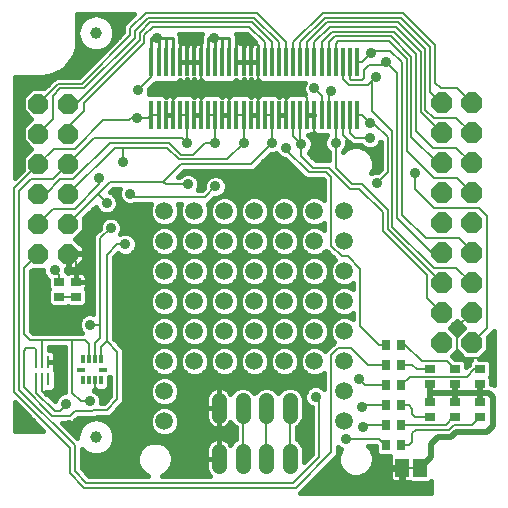
<source format=gtl>
G75*
%MOIN*%
%OFA0B0*%
%FSLAX25Y25*%
%IPPOS*%
%LPD*%
%AMOC8*
5,1,8,0,0,1.08239X$1,22.5*
%
%ADD10R,0.01181X0.03150*%
%ADD11R,0.03150X0.01181*%
%ADD12R,0.01378X0.09646*%
%ADD13C,0.05150*%
%ADD14R,0.01000X0.04400*%
%ADD15OC8,0.06600*%
%ADD16C,0.03937*%
%ADD17R,0.03543X0.02756*%
%ADD18R,0.02756X0.03543*%
%ADD19R,0.04600X0.06300*%
%ADD20OC8,0.07000*%
%ADD21C,0.03575*%
%ADD22C,0.01000*%
%ADD23C,0.00787*%
%ADD24C,0.01600*%
%ADD25C,0.05937*%
%ADD26C,0.01969*%
D10*
X0028264Y0042320D03*
X0030233Y0042320D03*
X0032201Y0042320D03*
X0034170Y0042320D03*
X0034170Y0049406D03*
X0032201Y0049406D03*
X0030233Y0049406D03*
X0028264Y0049406D03*
D11*
X0027674Y0045863D03*
X0034760Y0045863D03*
D12*
X0051052Y0130835D03*
X0053414Y0130835D03*
X0055776Y0130835D03*
X0058138Y0130835D03*
X0060501Y0130835D03*
X0062863Y0130835D03*
X0065225Y0130835D03*
X0067587Y0130835D03*
X0069949Y0130835D03*
X0072312Y0130835D03*
X0074674Y0130835D03*
X0077036Y0130835D03*
X0079398Y0130835D03*
X0081760Y0130835D03*
X0084123Y0130835D03*
X0086485Y0130835D03*
X0088847Y0130835D03*
X0091209Y0130835D03*
X0093571Y0130835D03*
X0095934Y0130835D03*
X0098296Y0130835D03*
X0100658Y0130835D03*
X0103020Y0130835D03*
X0105382Y0130835D03*
X0107745Y0130835D03*
X0110107Y0130835D03*
X0112469Y0130835D03*
X0114831Y0130835D03*
X0117193Y0130835D03*
X0119556Y0130835D03*
X0119556Y0148355D03*
X0117193Y0148355D03*
X0114831Y0148355D03*
X0112469Y0148355D03*
X0110107Y0148355D03*
X0107745Y0148355D03*
X0105382Y0148355D03*
X0103020Y0148355D03*
X0100658Y0148355D03*
X0098296Y0148355D03*
X0095934Y0148355D03*
X0093571Y0148355D03*
X0091209Y0148355D03*
X0088847Y0148355D03*
X0086485Y0148355D03*
X0084123Y0148355D03*
X0081760Y0148355D03*
X0079398Y0148355D03*
X0077036Y0148355D03*
X0074674Y0148355D03*
X0072312Y0148355D03*
X0069949Y0148355D03*
X0067587Y0148355D03*
X0065225Y0148355D03*
X0062863Y0148355D03*
X0060501Y0148355D03*
X0058138Y0148355D03*
X0055776Y0148355D03*
X0053414Y0148355D03*
X0051052Y0148355D03*
D13*
X0073571Y0035684D02*
X0073571Y0030534D01*
X0081445Y0030534D02*
X0081445Y0035684D01*
X0089319Y0035684D02*
X0089319Y0030534D01*
X0097193Y0030534D02*
X0097193Y0035684D01*
X0097193Y0018755D02*
X0097193Y0013605D01*
X0089319Y0013605D02*
X0089319Y0018755D01*
X0081445Y0018755D02*
X0081445Y0013605D01*
X0073571Y0013605D02*
X0073571Y0018755D01*
D14*
X0016650Y0042632D03*
X0014650Y0042632D03*
X0012650Y0042632D03*
X0012650Y0048432D03*
X0014650Y0048432D03*
X0016650Y0048432D03*
D15*
X0013375Y0084477D03*
X0023375Y0084477D03*
X0023375Y0094477D03*
X0023375Y0104477D03*
X0023375Y0114477D03*
X0023375Y0124477D03*
X0023375Y0134477D03*
X0013375Y0134477D03*
X0013375Y0124477D03*
X0013375Y0114477D03*
X0013375Y0104477D03*
X0013375Y0094477D03*
D16*
X0032548Y0158099D03*
X0032548Y0023454D03*
D17*
X0025855Y0070107D03*
X0025855Y0075225D03*
X0020343Y0075225D03*
X0020343Y0070107D03*
X0143965Y0046091D03*
X0143965Y0040973D03*
X0143965Y0035068D03*
X0143965Y0029950D03*
X0152233Y0029950D03*
X0152233Y0035068D03*
X0152233Y0040973D03*
X0152233Y0046091D03*
X0160501Y0046091D03*
X0160501Y0040973D03*
X0160501Y0035068D03*
X0160501Y0029950D03*
D18*
X0134319Y0027391D03*
X0129201Y0027391D03*
X0129201Y0034083D03*
X0134319Y0034083D03*
X0134319Y0040776D03*
X0129201Y0040776D03*
X0129201Y0047469D03*
X0134319Y0047469D03*
X0134319Y0054162D03*
X0129201Y0054162D03*
X0129201Y0020698D03*
X0134319Y0020698D03*
D19*
X0134666Y0013217D03*
X0140666Y0013217D03*
D20*
X0147745Y0054713D03*
X0157745Y0054713D03*
X0157745Y0064713D03*
X0147745Y0064713D03*
X0147745Y0074713D03*
X0157745Y0074713D03*
X0157745Y0084713D03*
X0147745Y0084713D03*
X0147745Y0094713D03*
X0157745Y0094713D03*
X0157745Y0104713D03*
X0147745Y0104713D03*
X0147745Y0114713D03*
X0157745Y0114713D03*
X0157745Y0124713D03*
X0147745Y0124713D03*
X0147745Y0134713D03*
X0157745Y0134713D03*
D21*
X0138847Y0111249D03*
X0126249Y0108099D03*
X0125855Y0117942D03*
X0123886Y0123060D03*
X0123886Y0128178D03*
X0112469Y0121485D03*
X0106564Y0117154D03*
X0101052Y0121091D03*
X0095934Y0119910D03*
X0091209Y0121485D03*
X0081760Y0121485D03*
X0072312Y0121485D03*
X0062863Y0121485D03*
X0063256Y0107706D03*
X0072312Y0106918D03*
X0046327Y0129753D03*
X0046579Y0138934D03*
X0058138Y0139202D03*
X0067587Y0139202D03*
X0077036Y0139202D03*
X0086485Y0139202D03*
X0095934Y0139202D03*
X0105382Y0139595D03*
X0110894Y0138808D03*
X0124280Y0151406D03*
X0129398Y0148257D03*
X0125855Y0143532D03*
X0081367Y0156524D03*
X0071918Y0156524D03*
X0062469Y0156524D03*
X0053020Y0156524D03*
X0041603Y0115186D03*
X0033729Y0109831D03*
X0036091Y0101406D03*
X0043965Y0104556D03*
X0037508Y0093099D03*
X0042390Y0087627D03*
X0018768Y0078965D03*
X0030579Y0060855D03*
X0021524Y0041957D03*
X0022705Y0034477D03*
X0023493Y0027391D03*
X0030579Y0035265D03*
X0036091Y0038020D03*
X0010894Y0027391D03*
X0105776Y0036839D03*
X0120343Y0042745D03*
X0121130Y0033296D03*
X0121524Y0026603D03*
X0116012Y0022666D03*
X0128217Y0014398D03*
X0153020Y0050225D03*
X0006957Y0129359D03*
D22*
X0051052Y0148355D02*
X0051052Y0152800D01*
X0051052Y0156524D01*
X0053020Y0156524D01*
X0053414Y0156524D01*
X0053414Y0148355D01*
X0055776Y0148355D02*
X0055776Y0156524D01*
X0053020Y0156524D01*
X0055776Y0156524D02*
X0058138Y0156524D01*
X0058138Y0148355D01*
X0060501Y0148355D02*
X0060501Y0156524D01*
X0062469Y0156524D01*
X0062863Y0156524D01*
X0062863Y0148355D01*
X0065225Y0148355D02*
X0065225Y0156524D01*
X0067587Y0156524D01*
X0067587Y0148355D01*
X0069949Y0148355D02*
X0069949Y0156524D01*
X0071918Y0156524D01*
X0074674Y0156524D01*
X0074674Y0148355D01*
X0072312Y0148355D02*
X0072312Y0156524D01*
X0071918Y0156524D01*
X0077036Y0156524D01*
X0077036Y0148355D01*
X0079398Y0148355D02*
X0079398Y0156524D01*
X0081367Y0156524D01*
X0081760Y0156524D01*
X0081760Y0148355D01*
X0084123Y0148355D02*
X0084123Y0156131D01*
X0083729Y0156524D01*
X0081367Y0156524D01*
X0084123Y0156131D02*
X0086485Y0154162D01*
X0086485Y0148355D01*
X0075855Y0156524D02*
X0071918Y0156524D01*
X0065225Y0156524D02*
X0062469Y0156524D01*
D23*
X0023886Y0011249D02*
X0028611Y0006524D01*
X0099083Y0006524D01*
X0110894Y0018335D01*
X0110894Y0050619D01*
X0113256Y0052981D01*
X0117587Y0052981D01*
X0123099Y0047469D01*
X0129201Y0047469D01*
X0134319Y0047469D02*
X0138060Y0047469D01*
X0139438Y0046091D01*
X0143965Y0046091D01*
X0141209Y0048650D02*
X0135697Y0054162D01*
X0134319Y0054162D01*
X0129201Y0054162D02*
X0127036Y0054162D01*
X0120737Y0060461D01*
X0120737Y0079359D01*
X0116406Y0083690D01*
X0114438Y0083690D01*
X0110894Y0087233D01*
X0110894Y0110068D01*
X0109319Y0111643D01*
X0103414Y0111643D01*
X0095934Y0119123D01*
X0095934Y0119910D01*
X0098296Y0123847D02*
X0101052Y0121091D01*
X0101052Y0117154D01*
X0104989Y0113217D01*
X0110107Y0113217D01*
X0117193Y0106131D01*
X0120343Y0106131D01*
X0128217Y0098257D01*
X0128217Y0091957D01*
X0142784Y0077391D01*
X0142784Y0069674D01*
X0147745Y0064713D01*
X0153020Y0059989D02*
X0153020Y0050225D01*
X0153414Y0049831D01*
X0162075Y0049831D01*
X0164438Y0052194D01*
X0160501Y0046091D02*
X0158729Y0046091D01*
X0156170Y0043532D01*
X0137075Y0043532D01*
X0134319Y0040776D01*
X0129201Y0040776D02*
X0122312Y0040776D01*
X0120343Y0042745D01*
X0121918Y0034083D02*
X0121130Y0033296D01*
X0121918Y0034083D02*
X0129201Y0034083D01*
X0134319Y0034083D02*
X0136878Y0034083D01*
X0138060Y0032902D01*
X0138060Y0030934D01*
X0139044Y0029950D01*
X0143965Y0029950D01*
X0139241Y0025816D02*
X0138060Y0024635D01*
X0138060Y0021879D01*
X0136878Y0020698D01*
X0134319Y0020698D01*
X0129398Y0020501D02*
X0129398Y0020304D01*
X0127036Y0022666D01*
X0116012Y0022666D01*
X0121524Y0026603D02*
X0122312Y0027391D01*
X0129201Y0027391D01*
X0134319Y0027391D02*
X0149083Y0027391D01*
X0151642Y0029950D01*
X0152233Y0029950D01*
X0151839Y0027391D02*
X0150264Y0025816D01*
X0139241Y0025816D01*
X0129398Y0020501D02*
X0129201Y0020698D01*
X0128217Y0014398D02*
X0129398Y0013217D01*
X0134666Y0013217D01*
X0136878Y0013217D02*
X0138453Y0013217D01*
X0151839Y0027391D02*
X0157941Y0027391D01*
X0160501Y0029950D01*
X0152233Y0046091D02*
X0149674Y0048650D01*
X0141209Y0048650D01*
X0153020Y0059989D02*
X0157745Y0064713D01*
X0162863Y0059831D02*
X0157745Y0054713D01*
X0162863Y0059831D02*
X0162863Y0097076D01*
X0160107Y0099831D01*
X0145146Y0099831D01*
X0138847Y0106131D01*
X0138847Y0111249D01*
X0145146Y0109674D02*
X0152784Y0109674D01*
X0157745Y0104713D01*
X0157745Y0114713D02*
X0152548Y0119910D01*
X0144752Y0119910D01*
X0139241Y0125422D01*
X0139241Y0151013D01*
X0131760Y0158493D01*
X0111288Y0158493D01*
X0107745Y0154950D01*
X0107745Y0148355D01*
X0110107Y0148355D02*
X0110107Y0154950D01*
X0112075Y0156918D01*
X0130973Y0156918D01*
X0137666Y0150225D01*
X0137666Y0123454D01*
X0146406Y0114713D01*
X0147745Y0114713D01*
X0145146Y0109674D02*
X0136091Y0118729D01*
X0136091Y0149438D01*
X0130186Y0155343D01*
X0113256Y0155343D01*
X0112469Y0154556D01*
X0112469Y0148355D01*
X0114831Y0148355D02*
X0114831Y0142745D01*
X0116800Y0140776D01*
X0123099Y0140776D01*
X0125855Y0143532D01*
X0124674Y0142351D01*
X0124674Y0132115D01*
X0131367Y0125422D01*
X0131367Y0093532D01*
X0145146Y0079753D01*
X0152705Y0079753D01*
X0157745Y0074713D01*
X0147745Y0074713D02*
X0129792Y0092666D01*
X0129792Y0099044D01*
X0121130Y0107706D01*
X0117981Y0107706D01*
X0112469Y0113217D01*
X0112469Y0121485D01*
X0112469Y0130835D01*
X0114831Y0130835D02*
X0114831Y0124241D01*
X0119162Y0119910D01*
X0121918Y0119910D01*
X0123886Y0117942D01*
X0125855Y0117942D01*
X0123886Y0123060D02*
X0118768Y0123060D01*
X0117193Y0124635D01*
X0117193Y0130835D01*
X0119556Y0130835D02*
X0121229Y0130835D01*
X0123886Y0128178D01*
X0125067Y0128178D01*
X0129792Y0123454D01*
X0129792Y0111643D01*
X0126249Y0108099D01*
X0134516Y0097548D02*
X0142469Y0089595D01*
X0153414Y0089595D01*
X0157745Y0085265D01*
X0157745Y0084713D01*
X0147745Y0084713D02*
X0144516Y0084713D01*
X0132941Y0096288D01*
X0132941Y0144713D01*
X0129398Y0148257D01*
X0128611Y0147469D01*
X0123493Y0147469D01*
X0121918Y0145894D01*
X0121918Y0143139D01*
X0121130Y0142351D01*
X0117587Y0142351D01*
X0117193Y0142745D01*
X0117193Y0148355D01*
X0119556Y0148355D02*
X0121229Y0148355D01*
X0124280Y0151406D01*
X0125067Y0152194D01*
X0130579Y0152194D01*
X0134516Y0148257D01*
X0134516Y0097548D01*
X0147745Y0124713D02*
X0140815Y0131643D01*
X0140815Y0151800D01*
X0132548Y0160068D01*
X0110501Y0160068D01*
X0105382Y0154950D01*
X0105382Y0148355D01*
X0103020Y0148355D02*
X0103020Y0154950D01*
X0109713Y0161643D01*
X0133335Y0161643D01*
X0142390Y0152587D01*
X0142390Y0132509D01*
X0145146Y0129753D01*
X0152705Y0129753D01*
X0157745Y0124713D01*
X0157745Y0134713D02*
X0152863Y0139595D01*
X0147508Y0139595D01*
X0145540Y0141564D01*
X0145540Y0154162D01*
X0134910Y0164792D01*
X0108138Y0164792D01*
X0098296Y0154950D01*
X0098296Y0148355D01*
X0095934Y0148355D02*
X0095934Y0154950D01*
X0086091Y0164792D01*
X0049083Y0164792D01*
X0043965Y0159674D01*
X0043965Y0157312D01*
X0027823Y0141170D01*
X0020067Y0141170D01*
X0013375Y0134477D01*
X0018375Y0137233D02*
X0018375Y0129477D01*
X0013375Y0124477D01*
X0018414Y0119517D02*
X0025461Y0119517D01*
X0034910Y0128965D01*
X0043571Y0128965D01*
X0044359Y0129753D01*
X0046327Y0129753D01*
X0049969Y0129753D01*
X0051052Y0130835D01*
X0053414Y0130835D01*
X0055776Y0130835D02*
X0058138Y0130835D01*
X0058138Y0139202D01*
X0051052Y0143406D02*
X0051052Y0148355D01*
X0051052Y0149406D02*
X0051052Y0152800D01*
X0048689Y0154831D02*
X0048689Y0157312D01*
X0051445Y0160068D01*
X0083729Y0160068D01*
X0088847Y0154950D01*
X0088847Y0148355D01*
X0091209Y0148355D02*
X0091209Y0154950D01*
X0084516Y0161643D01*
X0050658Y0161643D01*
X0047115Y0158099D01*
X0047115Y0155737D01*
X0025855Y0134477D01*
X0023375Y0134477D01*
X0028611Y0134753D02*
X0028611Y0132115D01*
X0023375Y0126879D01*
X0023375Y0124477D01*
X0018414Y0119517D02*
X0013375Y0114477D01*
X0005382Y0106485D01*
X0005382Y0038414D01*
X0023886Y0019910D01*
X0023886Y0011249D01*
X0025461Y0012036D02*
X0029398Y0008099D01*
X0098296Y0008099D01*
X0106957Y0016761D01*
X0106957Y0035658D01*
X0105776Y0036839D01*
X0097193Y0033109D02*
X0097193Y0016180D01*
X0089319Y0016180D02*
X0089319Y0033109D01*
X0081445Y0033109D02*
X0081445Y0016180D01*
X0039634Y0036052D02*
X0036091Y0032509D01*
X0031760Y0032509D01*
X0031367Y0032115D01*
X0025461Y0032115D01*
X0023886Y0030540D01*
X0017981Y0030540D01*
X0008532Y0039989D01*
X0008532Y0052194D01*
X0009319Y0052981D01*
X0012075Y0052981D01*
X0012650Y0052406D01*
X0012650Y0048432D01*
X0014650Y0048432D02*
X0014650Y0055556D01*
X0014831Y0055737D01*
X0024674Y0055737D01*
X0024674Y0038020D01*
X0027430Y0035265D01*
X0030579Y0035265D01*
X0033729Y0037627D02*
X0035697Y0037627D01*
X0036091Y0038020D01*
X0033729Y0037627D02*
X0032201Y0039154D01*
X0032201Y0042320D01*
X0032201Y0049406D02*
X0032201Y0054603D01*
X0033965Y0056367D01*
X0033965Y0060855D01*
X0030579Y0060855D01*
X0033965Y0060855D02*
X0033965Y0089595D01*
X0037508Y0093099D01*
X0039634Y0087627D02*
X0036091Y0084083D01*
X0036091Y0055343D01*
X0039634Y0051800D01*
X0039634Y0036052D01*
X0034170Y0049406D02*
X0034170Y0053422D01*
X0036091Y0055343D01*
X0030233Y0054509D02*
X0030233Y0049406D01*
X0030233Y0054509D02*
X0029004Y0055737D01*
X0024674Y0055737D01*
X0014831Y0055737D02*
X0010501Y0055737D01*
X0008532Y0057706D01*
X0008532Y0079635D01*
X0013375Y0084477D01*
X0018768Y0078965D02*
X0020343Y0077391D01*
X0020343Y0075225D01*
X0020343Y0070107D02*
X0025855Y0070107D01*
X0025855Y0075225D02*
X0025855Y0081997D01*
X0023375Y0084477D01*
X0023375Y0094477D02*
X0033197Y0104300D01*
X0036091Y0101406D01*
X0033197Y0104300D02*
X0037390Y0108493D01*
X0054989Y0108493D01*
X0055776Y0107706D01*
X0063256Y0107706D01*
X0068768Y0103375D02*
X0045146Y0103375D01*
X0043965Y0104556D01*
X0033729Y0107706D02*
X0033729Y0109831D01*
X0033729Y0107706D02*
X0025461Y0099438D01*
X0018335Y0099438D01*
X0013375Y0094477D01*
X0013375Y0104477D02*
X0015934Y0104477D01*
X0020737Y0109280D01*
X0025067Y0109280D01*
X0037272Y0121485D01*
X0056957Y0121485D01*
X0060894Y0117548D01*
X0064831Y0117548D01*
X0068768Y0121485D01*
X0072312Y0121485D01*
X0072312Y0130835D01*
X0069949Y0130835D01*
X0067587Y0130835D02*
X0067587Y0139202D01*
X0067587Y0148355D01*
X0077036Y0139202D02*
X0077036Y0130835D01*
X0074674Y0130835D01*
X0079398Y0130835D02*
X0081760Y0130835D01*
X0081760Y0121485D01*
X0076249Y0115973D01*
X0060107Y0115973D01*
X0056170Y0119910D01*
X0041603Y0119910D01*
X0041603Y0115186D01*
X0041603Y0119910D02*
X0038808Y0119910D01*
X0023375Y0104477D01*
X0018178Y0109280D02*
X0010894Y0109280D01*
X0006957Y0105343D01*
X0006957Y0039202D01*
X0025461Y0020698D01*
X0025461Y0012036D01*
X0020737Y0032115D02*
X0018768Y0032115D01*
X0012650Y0038233D01*
X0012650Y0042632D01*
X0014650Y0042632D02*
X0014650Y0038595D01*
X0016012Y0037233D01*
X0018375Y0037233D01*
X0021524Y0040383D01*
X0021524Y0041957D01*
X0022705Y0034477D02*
X0022705Y0034083D01*
X0020737Y0032115D01*
X0039634Y0087627D02*
X0042390Y0087627D01*
X0054989Y0108493D02*
X0060894Y0114398D01*
X0084123Y0114398D01*
X0091209Y0121485D01*
X0091209Y0130835D01*
X0088847Y0130835D01*
X0086485Y0130835D02*
X0086485Y0139202D01*
X0086485Y0148355D01*
X0093571Y0148355D02*
X0093571Y0154950D01*
X0085304Y0163217D01*
X0049871Y0163217D01*
X0045540Y0158887D01*
X0045540Y0156524D01*
X0028611Y0139595D01*
X0020737Y0139595D01*
X0018375Y0137233D01*
X0028611Y0134753D02*
X0048689Y0154831D01*
X0051052Y0143406D02*
X0046579Y0138934D01*
X0060501Y0130835D02*
X0062863Y0130835D01*
X0062863Y0121485D01*
X0061288Y0123060D01*
X0031957Y0123060D01*
X0023375Y0114477D01*
X0018178Y0109280D01*
X0065225Y0130835D02*
X0067587Y0130835D01*
X0084123Y0130835D02*
X0085993Y0130835D01*
X0086091Y0130934D01*
X0086386Y0130934D01*
X0086485Y0130835D01*
X0093571Y0130835D02*
X0095934Y0130835D01*
X0095934Y0139202D01*
X0100264Y0139202D01*
X0103020Y0136446D01*
X0103020Y0130934D01*
X0103119Y0130835D01*
X0105382Y0130835D01*
X0105382Y0118335D01*
X0106564Y0117154D01*
X0101052Y0121091D02*
X0100658Y0121485D01*
X0100658Y0130835D01*
X0103020Y0130835D02*
X0105382Y0130835D01*
X0107745Y0130835D02*
X0107745Y0137233D01*
X0105382Y0139595D01*
X0110107Y0138020D02*
X0110894Y0138808D01*
X0110107Y0138020D02*
X0110107Y0130835D01*
X0098296Y0130835D02*
X0098296Y0123847D01*
X0100658Y0148355D02*
X0100658Y0154950D01*
X0108926Y0163217D01*
X0134123Y0163217D01*
X0143965Y0153375D01*
X0143965Y0138493D01*
X0147745Y0134713D01*
X0072312Y0106918D02*
X0068768Y0103375D01*
D24*
X0069762Y0101010D02*
X0071143Y0102391D01*
X0071902Y0103150D01*
X0073061Y0103150D01*
X0074446Y0103723D01*
X0075506Y0104783D01*
X0076080Y0106169D01*
X0076080Y0107668D01*
X0075506Y0109053D01*
X0074446Y0110113D01*
X0073061Y0110687D01*
X0071562Y0110687D01*
X0070177Y0110113D01*
X0069117Y0109053D01*
X0068543Y0107668D01*
X0068543Y0106508D01*
X0067785Y0105750D01*
X0066525Y0105750D01*
X0067025Y0106956D01*
X0067025Y0108455D01*
X0066451Y0109840D01*
X0065391Y0110900D01*
X0064006Y0111474D01*
X0062507Y0111474D01*
X0061122Y0110900D01*
X0060302Y0110080D01*
X0059935Y0110080D01*
X0061878Y0112024D01*
X0085106Y0112024D01*
X0086497Y0113415D01*
X0090799Y0117717D01*
X0091959Y0117717D01*
X0092645Y0118001D01*
X0092739Y0117776D01*
X0093799Y0116715D01*
X0095184Y0116142D01*
X0095556Y0116142D01*
X0101039Y0110659D01*
X0102430Y0109268D01*
X0108336Y0109268D01*
X0108519Y0109084D01*
X0108519Y0102513D01*
X0108186Y0102846D01*
X0106367Y0103600D01*
X0104398Y0103600D01*
X0102579Y0102846D01*
X0101186Y0101454D01*
X0100433Y0099635D01*
X0100433Y0097666D01*
X0101186Y0095847D01*
X0102579Y0094454D01*
X0104398Y0093701D01*
X0106367Y0093701D01*
X0108186Y0094454D01*
X0108519Y0094788D01*
X0108519Y0092513D01*
X0108186Y0092846D01*
X0106367Y0093600D01*
X0104398Y0093600D01*
X0102579Y0092846D01*
X0101186Y0091454D01*
X0100433Y0089635D01*
X0100433Y0087666D01*
X0101186Y0085847D01*
X0102579Y0084454D01*
X0104398Y0083701D01*
X0106367Y0083701D01*
X0108186Y0084454D01*
X0109250Y0085519D01*
X0112063Y0082706D01*
X0112251Y0082518D01*
X0111186Y0081454D01*
X0110433Y0079635D01*
X0110433Y0077666D01*
X0111186Y0075847D01*
X0112579Y0074454D01*
X0114398Y0073701D01*
X0116367Y0073701D01*
X0118186Y0074454D01*
X0118362Y0074630D01*
X0118362Y0072671D01*
X0118186Y0072846D01*
X0116367Y0073600D01*
X0114398Y0073600D01*
X0112579Y0072846D01*
X0111186Y0071454D01*
X0110433Y0069635D01*
X0110433Y0067666D01*
X0111186Y0065847D01*
X0112579Y0064454D01*
X0114398Y0063701D01*
X0116367Y0063701D01*
X0118186Y0064454D01*
X0118362Y0064630D01*
X0118362Y0062671D01*
X0118186Y0062846D01*
X0116367Y0063600D01*
X0114398Y0063600D01*
X0112579Y0062846D01*
X0111186Y0061454D01*
X0110433Y0059635D01*
X0110433Y0057666D01*
X0111186Y0055847D01*
X0111975Y0055058D01*
X0110882Y0053965D01*
X0108975Y0052058D01*
X0108186Y0052846D01*
X0106367Y0053600D01*
X0104398Y0053600D01*
X0102579Y0052846D01*
X0101186Y0051454D01*
X0100433Y0049635D01*
X0100433Y0047666D01*
X0101186Y0045847D01*
X0102579Y0044454D01*
X0104398Y0043701D01*
X0106367Y0043701D01*
X0108186Y0044454D01*
X0108519Y0044788D01*
X0108519Y0039426D01*
X0107911Y0040034D01*
X0106526Y0040608D01*
X0105027Y0040608D01*
X0103641Y0040034D01*
X0102581Y0038974D01*
X0102008Y0037589D01*
X0102008Y0036090D01*
X0102581Y0034705D01*
X0103641Y0033645D01*
X0104582Y0033255D01*
X0104582Y0017744D01*
X0101749Y0014911D01*
X0101749Y0019661D01*
X0101056Y0021335D01*
X0099774Y0022617D01*
X0099568Y0022702D01*
X0099568Y0026587D01*
X0099774Y0026672D01*
X0101056Y0027954D01*
X0101749Y0029628D01*
X0101749Y0036590D01*
X0101056Y0038265D01*
X0099774Y0039546D01*
X0098100Y0040240D01*
X0096287Y0040240D01*
X0094613Y0039546D01*
X0093331Y0038265D01*
X0093256Y0038084D01*
X0093182Y0038265D01*
X0091900Y0039546D01*
X0090226Y0040240D01*
X0088413Y0040240D01*
X0086739Y0039546D01*
X0085457Y0038265D01*
X0085382Y0038084D01*
X0085308Y0038265D01*
X0084026Y0039546D01*
X0082352Y0040240D01*
X0080539Y0040240D01*
X0078865Y0039546D01*
X0077583Y0038265D01*
X0077396Y0037813D01*
X0077313Y0037977D01*
X0076908Y0038534D01*
X0076421Y0039021D01*
X0075864Y0039426D01*
X0075251Y0039738D01*
X0074596Y0039951D01*
X0073916Y0040059D01*
X0073571Y0040059D01*
X0073227Y0040059D01*
X0072547Y0039951D01*
X0071892Y0039738D01*
X0071278Y0039426D01*
X0070721Y0039021D01*
X0070234Y0038534D01*
X0069830Y0037977D01*
X0069517Y0037363D01*
X0069304Y0036708D01*
X0069197Y0036028D01*
X0069197Y0033109D01*
X0069197Y0030190D01*
X0069304Y0029510D01*
X0069517Y0028855D01*
X0069830Y0028241D01*
X0070234Y0027684D01*
X0070721Y0027197D01*
X0071278Y0026793D01*
X0071892Y0026480D01*
X0072547Y0026267D01*
X0073227Y0026159D01*
X0073571Y0026159D01*
X0073571Y0033109D01*
X0069197Y0033109D01*
X0073571Y0033109D01*
X0073571Y0033109D01*
X0073571Y0033109D01*
X0073571Y0040059D01*
X0073571Y0033109D01*
X0073571Y0033109D01*
X0073571Y0026159D01*
X0073916Y0026159D01*
X0074596Y0026267D01*
X0075251Y0026480D01*
X0075864Y0026793D01*
X0076421Y0027197D01*
X0076908Y0027684D01*
X0077313Y0028241D01*
X0077396Y0028405D01*
X0077583Y0027954D01*
X0078865Y0026672D01*
X0079071Y0026587D01*
X0079071Y0022702D01*
X0078865Y0022617D01*
X0077583Y0021335D01*
X0077396Y0020884D01*
X0077313Y0021048D01*
X0076908Y0021605D01*
X0076421Y0022092D01*
X0075864Y0022496D01*
X0075251Y0022809D01*
X0074596Y0023022D01*
X0073916Y0023130D01*
X0073571Y0023130D01*
X0073227Y0023130D01*
X0072547Y0023022D01*
X0071892Y0022809D01*
X0071278Y0022496D01*
X0070721Y0022092D01*
X0070234Y0021605D01*
X0069830Y0021048D01*
X0069517Y0020434D01*
X0069304Y0019779D01*
X0069197Y0019099D01*
X0069197Y0016180D01*
X0073571Y0016180D01*
X0073571Y0016180D01*
X0069197Y0016180D01*
X0069197Y0013261D01*
X0069304Y0012581D01*
X0069517Y0011926D01*
X0069830Y0011312D01*
X0070234Y0010755D01*
X0070516Y0010474D01*
X0054421Y0010474D01*
X0055585Y0010956D01*
X0057250Y0012621D01*
X0058151Y0014796D01*
X0058151Y0017150D01*
X0057250Y0019326D01*
X0055585Y0020990D01*
X0053410Y0021891D01*
X0051056Y0021891D01*
X0048880Y0020990D01*
X0047216Y0019326D01*
X0046315Y0017150D01*
X0046315Y0014796D01*
X0047216Y0012621D01*
X0048880Y0010956D01*
X0050044Y0010474D01*
X0030382Y0010474D01*
X0027836Y0013020D01*
X0027836Y0019455D01*
X0027955Y0019285D01*
X0027980Y0019140D01*
X0028130Y0019036D01*
X0028234Y0018886D01*
X0028380Y0018861D01*
X0028577Y0018722D01*
X0028748Y0018551D01*
X0028799Y0018413D01*
X0028964Y0018335D01*
X0029093Y0018207D01*
X0029241Y0018207D01*
X0029459Y0018104D01*
X0029657Y0017966D01*
X0029731Y0017838D01*
X0029907Y0017791D01*
X0030057Y0017686D01*
X0030202Y0017712D01*
X0030435Y0017649D01*
X0030654Y0017547D01*
X0030749Y0017434D01*
X0030931Y0017418D01*
X0031096Y0017341D01*
X0031235Y0017392D01*
X0031475Y0017371D01*
X0031709Y0017308D01*
X0031822Y0017213D01*
X0032003Y0017229D01*
X0032179Y0017182D01*
X0032307Y0017256D01*
X0032548Y0017277D01*
X0032788Y0017256D01*
X0032916Y0017182D01*
X0033092Y0017229D01*
X0033274Y0017213D01*
X0033387Y0017308D01*
X0033620Y0017371D01*
X0033861Y0017392D01*
X0034000Y0017341D01*
X0034165Y0017418D01*
X0034347Y0017434D01*
X0034441Y0017547D01*
X0034660Y0017649D01*
X0034894Y0017712D01*
X0035039Y0017686D01*
X0035188Y0017791D01*
X0035364Y0017838D01*
X0035438Y0017966D01*
X0035636Y0018104D01*
X0035855Y0018207D01*
X0036003Y0018207D01*
X0036131Y0018335D01*
X0036297Y0018413D01*
X0036347Y0018551D01*
X0036518Y0018722D01*
X0036716Y0018861D01*
X0036861Y0018886D01*
X0036966Y0019036D01*
X0037115Y0019140D01*
X0037141Y0019285D01*
X0037279Y0019483D01*
X0037450Y0019654D01*
X0037589Y0019705D01*
X0037666Y0019870D01*
X0037795Y0019999D01*
X0037795Y0020146D01*
X0037897Y0020365D01*
X0038035Y0020563D01*
X0038163Y0020637D01*
X0038210Y0020813D01*
X0038315Y0020962D01*
X0038289Y0021108D01*
X0038352Y0021341D01*
X0038454Y0021560D01*
X0038567Y0021655D01*
X0038583Y0021836D01*
X0038660Y0022002D01*
X0038609Y0022140D01*
X0038631Y0022381D01*
X0038693Y0022614D01*
X0038788Y0022727D01*
X0038772Y0022909D01*
X0038819Y0023085D01*
X0038745Y0023213D01*
X0038724Y0023454D01*
X0038745Y0023694D01*
X0038819Y0023822D01*
X0038772Y0023998D01*
X0038788Y0024180D01*
X0038693Y0024293D01*
X0038631Y0024526D01*
X0038609Y0024767D01*
X0038660Y0024905D01*
X0038583Y0025071D01*
X0038567Y0025252D01*
X0038454Y0025347D01*
X0038352Y0025566D01*
X0038289Y0025799D01*
X0038315Y0025945D01*
X0038210Y0026094D01*
X0038163Y0026270D01*
X0038035Y0026344D01*
X0037897Y0026542D01*
X0037795Y0026761D01*
X0037795Y0026908D01*
X0037666Y0027037D01*
X0037589Y0027203D01*
X0037450Y0027253D01*
X0037279Y0027424D01*
X0037141Y0027622D01*
X0037115Y0027767D01*
X0036966Y0027872D01*
X0036861Y0028021D01*
X0036716Y0028047D01*
X0036518Y0028185D01*
X0036347Y0028356D01*
X0036297Y0028495D01*
X0036131Y0028572D01*
X0036003Y0028701D01*
X0035855Y0028701D01*
X0035636Y0028803D01*
X0035438Y0028941D01*
X0035364Y0029069D01*
X0035188Y0029116D01*
X0035039Y0029221D01*
X0034894Y0029195D01*
X0034660Y0029258D01*
X0034441Y0029360D01*
X0034347Y0029473D01*
X0034165Y0029489D01*
X0034000Y0029566D01*
X0033861Y0029515D01*
X0033620Y0029536D01*
X0033387Y0029599D01*
X0033274Y0029694D01*
X0033092Y0029678D01*
X0032916Y0029725D01*
X0032788Y0029651D01*
X0032548Y0029630D01*
X0032307Y0029651D01*
X0032179Y0029725D01*
X0032003Y0029678D01*
X0031822Y0029694D01*
X0031709Y0029599D01*
X0031475Y0029536D01*
X0031235Y0029515D01*
X0031096Y0029566D01*
X0030931Y0029489D01*
X0030749Y0029473D01*
X0030654Y0029360D01*
X0030435Y0029258D01*
X0030202Y0029195D01*
X0030057Y0029221D01*
X0029907Y0029116D01*
X0029731Y0029069D01*
X0029657Y0028941D01*
X0029459Y0028803D01*
X0029241Y0028701D01*
X0029093Y0028701D01*
X0028964Y0028572D01*
X0028799Y0028495D01*
X0028748Y0028356D01*
X0028577Y0028185D01*
X0028380Y0028047D01*
X0028234Y0028021D01*
X0028130Y0027872D01*
X0027980Y0027767D01*
X0027955Y0027622D01*
X0027816Y0027424D01*
X0027645Y0027253D01*
X0027507Y0027203D01*
X0027430Y0027037D01*
X0027301Y0026908D01*
X0027301Y0026761D01*
X0027199Y0026542D01*
X0027060Y0026344D01*
X0026932Y0026270D01*
X0026885Y0026094D01*
X0026781Y0025945D01*
X0026806Y0025799D01*
X0026744Y0025566D01*
X0026642Y0025347D01*
X0026529Y0025252D01*
X0026513Y0025071D01*
X0026436Y0024905D01*
X0026486Y0024767D01*
X0026465Y0024526D01*
X0026402Y0024293D01*
X0026308Y0024180D01*
X0026323Y0023998D01*
X0026276Y0023822D01*
X0026350Y0023694D01*
X0026371Y0023454D01*
X0026350Y0023213D01*
X0026333Y0023184D01*
X0021352Y0028165D01*
X0024870Y0028165D01*
X0026445Y0029740D01*
X0032350Y0029740D01*
X0032744Y0030134D01*
X0037075Y0030134D01*
X0042009Y0035068D01*
X0042009Y0052784D01*
X0038466Y0056327D01*
X0038466Y0083100D01*
X0040027Y0084661D01*
X0040256Y0084432D01*
X0041641Y0083858D01*
X0043140Y0083858D01*
X0044525Y0084432D01*
X0045585Y0085492D01*
X0046159Y0086877D01*
X0046159Y0088376D01*
X0045585Y0089761D01*
X0044525Y0090822D01*
X0043140Y0091395D01*
X0041641Y0091395D01*
X0040724Y0091016D01*
X0041277Y0092350D01*
X0041277Y0093849D01*
X0040703Y0095234D01*
X0039643Y0096294D01*
X0038258Y0096868D01*
X0036759Y0096868D01*
X0035374Y0096294D01*
X0034314Y0095234D01*
X0033740Y0093849D01*
X0033740Y0092712D01*
X0032989Y0091970D01*
X0032981Y0091970D01*
X0032290Y0091279D01*
X0031596Y0090592D01*
X0031596Y0090584D01*
X0031590Y0090579D01*
X0031590Y0089602D01*
X0031585Y0088625D01*
X0031590Y0088619D01*
X0031590Y0064515D01*
X0031329Y0064624D01*
X0029830Y0064624D01*
X0028445Y0064050D01*
X0027384Y0062990D01*
X0026811Y0061605D01*
X0026811Y0060106D01*
X0027384Y0058720D01*
X0027993Y0058112D01*
X0011484Y0058112D01*
X0010907Y0058689D01*
X0010907Y0078651D01*
X0011452Y0079196D01*
X0015000Y0079196D01*
X0015000Y0078216D01*
X0015573Y0076831D01*
X0016590Y0075814D01*
X0016590Y0073027D01*
X0016951Y0072666D01*
X0016590Y0072306D01*
X0016590Y0067909D01*
X0017751Y0066748D01*
X0022935Y0066748D01*
X0023099Y0066912D01*
X0023263Y0066748D01*
X0028447Y0066748D01*
X0029608Y0067909D01*
X0029608Y0072306D01*
X0029105Y0072808D01*
X0029304Y0073152D01*
X0029426Y0073610D01*
X0029426Y0075225D01*
X0025855Y0075225D01*
X0025855Y0075225D01*
X0029426Y0075225D01*
X0029426Y0076840D01*
X0029304Y0077298D01*
X0029067Y0077708D01*
X0028732Y0078044D01*
X0028321Y0078280D01*
X0027863Y0078403D01*
X0025855Y0078403D01*
X0025855Y0075225D01*
X0025855Y0075225D01*
X0025855Y0078403D01*
X0023846Y0078403D01*
X0023388Y0078280D01*
X0023294Y0078226D01*
X0022935Y0078584D01*
X0022537Y0078584D01*
X0022537Y0079377D01*
X0023175Y0079377D01*
X0023175Y0084277D01*
X0023575Y0084277D01*
X0023575Y0084677D01*
X0028475Y0084677D01*
X0028475Y0086590D01*
X0025715Y0089349D01*
X0028656Y0092290D01*
X0028656Y0096400D01*
X0032495Y0100240D01*
X0032896Y0099272D01*
X0033956Y0098212D01*
X0035341Y0097638D01*
X0036841Y0097638D01*
X0038226Y0098212D01*
X0039286Y0099272D01*
X0039860Y0100657D01*
X0039860Y0102156D01*
X0039286Y0103541D01*
X0038226Y0104601D01*
X0037258Y0105002D01*
X0038374Y0106118D01*
X0040533Y0106118D01*
X0040197Y0105305D01*
X0040197Y0103806D01*
X0040770Y0102421D01*
X0041830Y0101361D01*
X0043215Y0100787D01*
X0044715Y0100787D01*
X0045228Y0101000D01*
X0050998Y0101000D01*
X0050433Y0099635D01*
X0050433Y0097666D01*
X0051186Y0095847D01*
X0052579Y0094454D01*
X0054398Y0093701D01*
X0056367Y0093701D01*
X0058186Y0094454D01*
X0059578Y0095847D01*
X0060332Y0097666D01*
X0060332Y0099635D01*
X0059767Y0101000D01*
X0060998Y0101000D01*
X0060433Y0099635D01*
X0060433Y0097666D01*
X0061186Y0095847D01*
X0062579Y0094454D01*
X0064398Y0093701D01*
X0066367Y0093701D01*
X0068186Y0094454D01*
X0069578Y0095847D01*
X0070332Y0097666D01*
X0070332Y0099635D01*
X0069762Y0101010D01*
X0069805Y0100908D02*
X0070960Y0100908D01*
X0071186Y0101454D02*
X0070433Y0099635D01*
X0070433Y0097666D01*
X0071186Y0095847D01*
X0072579Y0094454D01*
X0074398Y0093701D01*
X0076367Y0093701D01*
X0078186Y0094454D01*
X0079578Y0095847D01*
X0080332Y0097666D01*
X0080332Y0099635D01*
X0079578Y0101454D01*
X0078186Y0102846D01*
X0076367Y0103600D01*
X0074398Y0103600D01*
X0072579Y0102846D01*
X0071186Y0101454D01*
X0071258Y0102506D02*
X0072238Y0102506D01*
X0074828Y0104105D02*
X0108519Y0104105D01*
X0108519Y0105703D02*
X0075887Y0105703D01*
X0076080Y0107302D02*
X0108519Y0107302D01*
X0108519Y0108900D02*
X0075570Y0108900D01*
X0073515Y0110499D02*
X0101199Y0110499D01*
X0099601Y0112097D02*
X0085180Y0112097D01*
X0086778Y0113696D02*
X0098002Y0113696D01*
X0096404Y0115294D02*
X0088377Y0115294D01*
X0089975Y0116893D02*
X0093622Y0116893D01*
X0103427Y0118137D02*
X0104246Y0118957D01*
X0104820Y0120342D01*
X0104820Y0121841D01*
X0104246Y0123226D01*
X0103260Y0124213D01*
X0103946Y0124213D01*
X0104201Y0124281D01*
X0104456Y0124213D01*
X0105382Y0124213D01*
X0105382Y0124884D01*
X0105382Y0124884D01*
X0105382Y0124213D01*
X0106054Y0124213D01*
X0106235Y0124031D01*
X0109686Y0124031D01*
X0109274Y0123620D01*
X0108701Y0122235D01*
X0108701Y0120735D01*
X0109274Y0119350D01*
X0110094Y0118530D01*
X0110094Y0115592D01*
X0105972Y0115592D01*
X0103427Y0118137D01*
X0103781Y0118491D02*
X0110094Y0118491D01*
X0110094Y0116893D02*
X0104672Y0116893D01*
X0104716Y0120090D02*
X0108968Y0120090D01*
X0108701Y0121688D02*
X0104820Y0121688D01*
X0104186Y0123287D02*
X0109136Y0123287D01*
X0114844Y0118530D02*
X0115664Y0119350D01*
X0116238Y0120735D01*
X0116238Y0122232D01*
X0116393Y0122076D01*
X0117785Y0120685D01*
X0120932Y0120685D01*
X0121752Y0119865D01*
X0123137Y0119291D01*
X0124636Y0119291D01*
X0126021Y0119865D01*
X0127081Y0120925D01*
X0127417Y0121736D01*
X0127417Y0112626D01*
X0126659Y0111868D01*
X0125499Y0111868D01*
X0124316Y0111378D01*
X0125080Y0113221D01*
X0125080Y0115576D01*
X0124179Y0117751D01*
X0122514Y0119416D01*
X0120339Y0120317D01*
X0117985Y0120317D01*
X0115810Y0119416D01*
X0114844Y0118450D01*
X0114844Y0118530D01*
X0114844Y0118491D02*
X0114885Y0118491D01*
X0115970Y0120090D02*
X0117437Y0120090D01*
X0116781Y0121688D02*
X0116238Y0121688D01*
X0120886Y0120090D02*
X0121527Y0120090D01*
X0123438Y0118491D02*
X0127417Y0118491D01*
X0127417Y0116893D02*
X0124534Y0116893D01*
X0125080Y0115294D02*
X0127417Y0115294D01*
X0127417Y0113696D02*
X0125080Y0113696D01*
X0124614Y0112097D02*
X0126888Y0112097D01*
X0127417Y0120090D02*
X0126246Y0120090D01*
X0127397Y0121688D02*
X0127417Y0121688D01*
X0105075Y0130835D02*
X0103328Y0130835D01*
X0103328Y0130835D01*
X0105075Y0130835D01*
X0105075Y0130835D01*
X0102114Y0137639D02*
X0096786Y0137639D01*
X0096605Y0137458D01*
X0095934Y0137458D01*
X0095934Y0136787D01*
X0095934Y0136787D01*
X0095934Y0137458D01*
X0095008Y0137458D01*
X0094752Y0137390D01*
X0094497Y0137458D01*
X0093571Y0137458D01*
X0092900Y0137458D01*
X0092719Y0137639D01*
X0087337Y0137639D01*
X0087156Y0137458D01*
X0086485Y0137458D01*
X0086485Y0136787D01*
X0086485Y0136787D01*
X0086485Y0137458D01*
X0085559Y0137458D01*
X0085304Y0137390D01*
X0085049Y0137458D01*
X0084123Y0137458D01*
X0084123Y0136787D01*
X0084122Y0136787D01*
X0084122Y0137458D01*
X0083451Y0137458D01*
X0083270Y0137639D01*
X0077889Y0137639D01*
X0077707Y0137458D01*
X0077036Y0137458D01*
X0077036Y0136787D01*
X0077036Y0136787D01*
X0077036Y0137458D01*
X0076110Y0137458D01*
X0075855Y0137390D01*
X0075600Y0137458D01*
X0074674Y0137458D01*
X0074674Y0136787D01*
X0074674Y0137458D01*
X0074002Y0137458D01*
X0073821Y0137639D01*
X0068440Y0137639D01*
X0068259Y0137458D01*
X0067587Y0137458D01*
X0066661Y0137458D01*
X0066406Y0137390D01*
X0066151Y0137458D01*
X0065225Y0137458D01*
X0065225Y0136787D01*
X0065225Y0137458D01*
X0064553Y0137458D01*
X0064372Y0137639D01*
X0058991Y0137639D01*
X0058810Y0137458D01*
X0058138Y0137458D01*
X0057212Y0137458D01*
X0056957Y0137390D01*
X0056702Y0137458D01*
X0055776Y0137458D01*
X0055105Y0137458D01*
X0054923Y0137639D01*
X0050122Y0137639D01*
X0050348Y0138184D01*
X0050348Y0139344D01*
X0052035Y0141031D01*
X0052555Y0141551D01*
X0052561Y0141551D01*
X0059648Y0141551D01*
X0059829Y0141732D01*
X0060500Y0141732D01*
X0060500Y0142404D01*
X0060501Y0142404D01*
X0060501Y0141732D01*
X0061426Y0141732D01*
X0061682Y0141801D01*
X0061937Y0141732D01*
X0062863Y0141732D01*
X0063789Y0141732D01*
X0064044Y0141801D01*
X0064299Y0141732D01*
X0065225Y0141732D01*
X0066151Y0141732D01*
X0066406Y0141801D01*
X0066661Y0141732D01*
X0067587Y0141732D01*
X0067587Y0142404D01*
X0067587Y0142404D01*
X0067587Y0141732D01*
X0068259Y0141732D01*
X0068440Y0141551D01*
X0078546Y0141551D01*
X0078727Y0141732D01*
X0079398Y0141732D01*
X0079398Y0142404D01*
X0079398Y0141732D01*
X0080324Y0141732D01*
X0080579Y0141801D01*
X0080834Y0141732D01*
X0081760Y0141732D01*
X0081760Y0142830D01*
X0081760Y0142830D01*
X0081760Y0141732D01*
X0082686Y0141732D01*
X0082941Y0141801D01*
X0083197Y0141732D01*
X0084122Y0141732D01*
X0084122Y0142830D01*
X0084123Y0142830D01*
X0084123Y0141732D01*
X0085049Y0141732D01*
X0085304Y0141801D01*
X0085559Y0141732D01*
X0086485Y0141732D01*
X0087156Y0141732D01*
X0087337Y0141551D01*
X0102114Y0141551D01*
X0101614Y0140345D01*
X0101614Y0138846D01*
X0102114Y0137639D01*
X0102099Y0137673D02*
X0050136Y0137673D01*
X0050348Y0139272D02*
X0101614Y0139272D01*
X0101832Y0140870D02*
X0051874Y0140870D01*
X0055776Y0137458D02*
X0055776Y0136787D01*
X0055776Y0136787D01*
X0055776Y0137458D01*
X0058138Y0137458D02*
X0058138Y0136787D01*
X0058138Y0136787D01*
X0058138Y0137458D01*
X0062863Y0141732D02*
X0062863Y0142830D01*
X0062863Y0141732D01*
X0062863Y0142469D02*
X0062863Y0142469D01*
X0062863Y0142830D02*
X0062863Y0142830D01*
X0062863Y0142830D01*
X0065225Y0142830D02*
X0065225Y0141732D01*
X0065225Y0142830D01*
X0065225Y0142830D01*
X0065225Y0142830D01*
X0065225Y0142469D02*
X0065225Y0142469D01*
X0067587Y0137458D02*
X0067587Y0136787D01*
X0067587Y0136787D01*
X0067587Y0137458D01*
X0065225Y0136787D02*
X0065225Y0136787D01*
X0065533Y0130835D02*
X0067279Y0130835D01*
X0065533Y0130835D01*
X0065533Y0130835D01*
X0067279Y0130835D02*
X0067279Y0130835D01*
X0074674Y0136787D02*
X0074674Y0136787D01*
X0074982Y0130835D02*
X0076728Y0130835D01*
X0074982Y0130835D01*
X0074982Y0130835D01*
X0076728Y0130835D02*
X0076728Y0130835D01*
X0084430Y0130835D02*
X0086177Y0130835D01*
X0086177Y0130835D01*
X0084430Y0130835D01*
X0084430Y0130835D01*
X0093879Y0130835D02*
X0095626Y0130835D01*
X0095626Y0130835D01*
X0093879Y0130835D01*
X0093879Y0130835D01*
X0093571Y0136787D02*
X0093571Y0136787D01*
X0093571Y0137458D01*
X0093571Y0136787D01*
X0086485Y0141732D02*
X0086485Y0142404D01*
X0086485Y0142404D01*
X0086485Y0141732D01*
X0084123Y0142469D02*
X0084122Y0142469D01*
X0084123Y0142830D02*
X0084123Y0142830D01*
X0081760Y0142830D02*
X0081760Y0142830D01*
X0081760Y0142469D02*
X0081760Y0142469D01*
X0079398Y0142404D02*
X0079398Y0142404D01*
X0079706Y0148355D02*
X0079706Y0148355D01*
X0081760Y0148355D01*
X0081760Y0148355D01*
X0079706Y0148355D01*
X0081760Y0148355D02*
X0081887Y0148355D01*
X0084122Y0148355D01*
X0081760Y0148355D01*
X0081760Y0148355D01*
X0084122Y0148355D02*
X0084122Y0148355D01*
X0084123Y0148355D02*
X0084123Y0148355D01*
X0086177Y0148355D01*
X0086177Y0148355D01*
X0084249Y0148355D01*
X0084123Y0148355D01*
X0084123Y0153880D02*
X0084122Y0153880D01*
X0084122Y0154978D01*
X0083197Y0154978D01*
X0082941Y0154910D01*
X0082686Y0154978D01*
X0081760Y0154978D01*
X0080834Y0154978D01*
X0080579Y0154910D01*
X0080324Y0154978D01*
X0079517Y0154978D01*
X0079517Y0157018D01*
X0079237Y0157693D01*
X0082745Y0157693D01*
X0085481Y0154957D01*
X0085304Y0154910D01*
X0085049Y0154978D01*
X0084123Y0154978D01*
X0084123Y0153880D01*
X0084123Y0153880D01*
X0085181Y0155257D02*
X0079517Y0155257D01*
X0079517Y0156856D02*
X0083582Y0156856D01*
X0081760Y0154978D02*
X0081760Y0153880D01*
X0081760Y0154978D01*
X0081760Y0153880D02*
X0081760Y0153880D01*
X0081760Y0153880D01*
X0067468Y0154978D02*
X0066661Y0154978D01*
X0066406Y0154910D01*
X0066151Y0154978D01*
X0065225Y0154978D01*
X0065225Y0153880D01*
X0065225Y0153880D01*
X0065225Y0154978D01*
X0064299Y0154978D01*
X0064044Y0154910D01*
X0063789Y0154978D01*
X0062863Y0154978D01*
X0062863Y0153880D01*
X0062863Y0153880D01*
X0062863Y0153880D01*
X0062863Y0154978D01*
X0061937Y0154978D01*
X0061682Y0154910D01*
X0061426Y0154978D01*
X0060619Y0154978D01*
X0060619Y0157018D01*
X0060340Y0157693D01*
X0067748Y0157693D01*
X0067468Y0157018D01*
X0067468Y0154978D01*
X0067468Y0155257D02*
X0060619Y0155257D01*
X0060619Y0156856D02*
X0067468Y0156856D01*
X0065225Y0153880D02*
X0065225Y0153880D01*
X0065225Y0148355D02*
X0062989Y0148355D01*
X0062863Y0148355D01*
X0062863Y0148355D01*
X0065225Y0148355D01*
X0065225Y0148355D01*
X0067279Y0148355D01*
X0067279Y0148355D01*
X0065352Y0148355D01*
X0065225Y0148355D01*
X0065225Y0148355D01*
X0062863Y0148355D02*
X0060808Y0148355D01*
X0060808Y0148355D01*
X0062863Y0148355D01*
X0062863Y0148355D01*
X0057830Y0130835D02*
X0056084Y0130835D01*
X0057830Y0130835D01*
X0057830Y0130835D01*
X0056084Y0130835D02*
X0056084Y0130835D01*
X0060353Y0110499D02*
X0060720Y0110499D01*
X0065793Y0110499D02*
X0071108Y0110499D01*
X0069054Y0108900D02*
X0066841Y0108900D01*
X0067025Y0107302D02*
X0068543Y0107302D01*
X0070332Y0099309D02*
X0070433Y0099309D01*
X0070433Y0097711D02*
X0070332Y0097711D01*
X0069688Y0096112D02*
X0071076Y0096112D01*
X0072519Y0094514D02*
X0068245Y0094514D01*
X0068020Y0092915D02*
X0072745Y0092915D01*
X0072579Y0092846D02*
X0071186Y0091454D01*
X0070433Y0089635D01*
X0070433Y0087666D01*
X0071186Y0085847D01*
X0072579Y0084454D01*
X0074398Y0083701D01*
X0076367Y0083701D01*
X0078186Y0084454D01*
X0079578Y0085847D01*
X0080332Y0087666D01*
X0080332Y0089635D01*
X0079578Y0091454D01*
X0078186Y0092846D01*
X0076367Y0093600D01*
X0074398Y0093600D01*
X0072579Y0092846D01*
X0071129Y0091317D02*
X0069635Y0091317D01*
X0069578Y0091454D02*
X0070332Y0089635D01*
X0070332Y0087666D01*
X0069578Y0085847D01*
X0068186Y0084454D01*
X0066367Y0083701D01*
X0064398Y0083701D01*
X0062579Y0084454D01*
X0061186Y0085847D01*
X0060433Y0087666D01*
X0060433Y0089635D01*
X0061186Y0091454D01*
X0062579Y0092846D01*
X0064398Y0093600D01*
X0066367Y0093600D01*
X0068186Y0092846D01*
X0069578Y0091454D01*
X0070298Y0089718D02*
X0070467Y0089718D01*
X0070433Y0088120D02*
X0070332Y0088120D01*
X0069858Y0086521D02*
X0070907Y0086521D01*
X0072110Y0084923D02*
X0068654Y0084923D01*
X0068186Y0082846D02*
X0066367Y0083600D01*
X0064398Y0083600D01*
X0062579Y0082846D01*
X0061186Y0081454D01*
X0060433Y0079635D01*
X0060433Y0077666D01*
X0061186Y0075847D01*
X0062579Y0074454D01*
X0064398Y0073701D01*
X0066367Y0073701D01*
X0068186Y0074454D01*
X0069578Y0075847D01*
X0070332Y0077666D01*
X0070332Y0079635D01*
X0069578Y0081454D01*
X0068186Y0082846D01*
X0067033Y0083324D02*
X0073732Y0083324D01*
X0074398Y0083600D02*
X0072579Y0082846D01*
X0071186Y0081454D01*
X0070433Y0079635D01*
X0070433Y0077666D01*
X0071186Y0075847D01*
X0072579Y0074454D01*
X0074398Y0073701D01*
X0076367Y0073701D01*
X0078186Y0074454D01*
X0079578Y0075847D01*
X0080332Y0077666D01*
X0080332Y0079635D01*
X0079578Y0081454D01*
X0078186Y0082846D01*
X0076367Y0083600D01*
X0074398Y0083600D01*
X0071458Y0081726D02*
X0069307Y0081726D01*
X0070128Y0080127D02*
X0070637Y0080127D01*
X0070433Y0078529D02*
X0070332Y0078529D01*
X0070027Y0076930D02*
X0070738Y0076930D01*
X0071701Y0075332D02*
X0069063Y0075332D01*
X0068186Y0072846D02*
X0066367Y0073600D01*
X0064398Y0073600D01*
X0062579Y0072846D01*
X0061186Y0071454D01*
X0060433Y0069635D01*
X0060433Y0067666D01*
X0061186Y0065847D01*
X0062579Y0064454D01*
X0064398Y0063701D01*
X0066367Y0063701D01*
X0068186Y0064454D01*
X0069578Y0065847D01*
X0070332Y0067666D01*
X0070332Y0069635D01*
X0069578Y0071454D01*
X0068186Y0072846D01*
X0068898Y0072134D02*
X0071867Y0072134D01*
X0071186Y0071454D02*
X0070433Y0069635D01*
X0070433Y0067666D01*
X0071186Y0065847D01*
X0072579Y0064454D01*
X0074398Y0063701D01*
X0076367Y0063701D01*
X0078186Y0064454D01*
X0079578Y0065847D01*
X0080332Y0067666D01*
X0080332Y0069635D01*
X0079578Y0071454D01*
X0078186Y0072846D01*
X0076367Y0073600D01*
X0074398Y0073600D01*
X0072579Y0072846D01*
X0071186Y0071454D01*
X0070806Y0070536D02*
X0069959Y0070536D01*
X0070332Y0068937D02*
X0070433Y0068937D01*
X0070568Y0067339D02*
X0070197Y0067339D01*
X0069472Y0065740D02*
X0071293Y0065740D01*
X0072579Y0062846D02*
X0071186Y0061454D01*
X0070433Y0059635D01*
X0070433Y0057666D01*
X0071186Y0055847D01*
X0072579Y0054454D01*
X0074398Y0053701D01*
X0076367Y0053701D01*
X0078186Y0054454D01*
X0079578Y0055847D01*
X0080332Y0057666D01*
X0080332Y0059635D01*
X0079578Y0061454D01*
X0078186Y0062846D01*
X0076367Y0063600D01*
X0074398Y0063600D01*
X0072579Y0062846D01*
X0072276Y0062543D02*
X0068489Y0062543D01*
X0068186Y0062846D02*
X0066367Y0063600D01*
X0064398Y0063600D01*
X0062579Y0062846D01*
X0061186Y0061454D01*
X0060433Y0059635D01*
X0060433Y0057666D01*
X0061186Y0055847D01*
X0062579Y0054454D01*
X0064398Y0053701D01*
X0066367Y0053701D01*
X0068186Y0054454D01*
X0069578Y0055847D01*
X0070332Y0057666D01*
X0070332Y0059635D01*
X0069578Y0061454D01*
X0068186Y0062846D01*
X0067432Y0064142D02*
X0073333Y0064142D01*
X0070975Y0060945D02*
X0069789Y0060945D01*
X0070332Y0059346D02*
X0070433Y0059346D01*
X0070433Y0057748D02*
X0070332Y0057748D01*
X0069704Y0056149D02*
X0071061Y0056149D01*
X0072482Y0054551D02*
X0068283Y0054551D01*
X0067930Y0052952D02*
X0072834Y0052952D01*
X0072579Y0052846D02*
X0071186Y0051454D01*
X0070433Y0049635D01*
X0070433Y0047666D01*
X0071186Y0045847D01*
X0072579Y0044454D01*
X0074398Y0043701D01*
X0076367Y0043701D01*
X0078186Y0044454D01*
X0079578Y0045847D01*
X0080332Y0047666D01*
X0080332Y0049635D01*
X0079578Y0051454D01*
X0078186Y0052846D01*
X0076367Y0053600D01*
X0074398Y0053600D01*
X0072579Y0052846D01*
X0071145Y0051354D02*
X0069620Y0051354D01*
X0069578Y0051454D02*
X0068186Y0052846D01*
X0066367Y0053600D01*
X0064398Y0053600D01*
X0062579Y0052846D01*
X0061186Y0051454D01*
X0060433Y0049635D01*
X0060433Y0047666D01*
X0061186Y0045847D01*
X0062579Y0044454D01*
X0064398Y0043701D01*
X0066367Y0043701D01*
X0068186Y0044454D01*
X0069578Y0045847D01*
X0070332Y0047666D01*
X0070332Y0049635D01*
X0069578Y0051454D01*
X0070282Y0049755D02*
X0070483Y0049755D01*
X0070433Y0048157D02*
X0070332Y0048157D01*
X0069873Y0046558D02*
X0070892Y0046558D01*
X0072073Y0044960D02*
X0068692Y0044960D01*
X0070266Y0038566D02*
X0060332Y0038566D01*
X0060332Y0037666D02*
X0059578Y0035847D01*
X0058186Y0034454D01*
X0056367Y0033701D01*
X0054398Y0033701D01*
X0052579Y0034454D01*
X0051186Y0035847D01*
X0050433Y0037666D01*
X0050433Y0039635D01*
X0051186Y0041454D01*
X0052579Y0042846D01*
X0054398Y0043600D01*
X0056367Y0043600D01*
X0058186Y0042846D01*
X0059578Y0041454D01*
X0060332Y0039635D01*
X0060332Y0037666D01*
X0060043Y0036967D02*
X0069388Y0036967D01*
X0069197Y0035369D02*
X0059101Y0035369D01*
X0058186Y0032846D02*
X0056367Y0033600D01*
X0054398Y0033600D01*
X0052579Y0032846D01*
X0051186Y0031454D01*
X0050433Y0029635D01*
X0050433Y0027666D01*
X0051186Y0025847D01*
X0052579Y0024454D01*
X0054398Y0023701D01*
X0056367Y0023701D01*
X0058186Y0024454D01*
X0059578Y0025847D01*
X0060332Y0027666D01*
X0060332Y0029635D01*
X0059578Y0031454D01*
X0058186Y0032846D01*
X0058861Y0032172D02*
X0069197Y0032172D01*
X0069197Y0033770D02*
X0056535Y0033770D01*
X0054230Y0033770D02*
X0040711Y0033770D01*
X0042009Y0035369D02*
X0051664Y0035369D01*
X0050722Y0036967D02*
X0042009Y0036967D01*
X0042009Y0038566D02*
X0050433Y0038566D01*
X0050652Y0040164D02*
X0042009Y0040164D01*
X0042009Y0041763D02*
X0051495Y0041763D01*
X0053822Y0043361D02*
X0042009Y0043361D01*
X0042009Y0044960D02*
X0052073Y0044960D01*
X0052579Y0044454D02*
X0054398Y0043701D01*
X0056367Y0043701D01*
X0058186Y0044454D01*
X0059578Y0045847D01*
X0060332Y0047666D01*
X0060332Y0049635D01*
X0059578Y0051454D01*
X0058186Y0052846D01*
X0056367Y0053600D01*
X0054398Y0053600D01*
X0052579Y0052846D01*
X0051186Y0051454D01*
X0050433Y0049635D01*
X0050433Y0047666D01*
X0051186Y0045847D01*
X0052579Y0044454D01*
X0050892Y0046558D02*
X0042009Y0046558D01*
X0042009Y0048157D02*
X0050433Y0048157D01*
X0050483Y0049755D02*
X0042009Y0049755D01*
X0042009Y0051354D02*
X0051145Y0051354D01*
X0052834Y0052952D02*
X0041840Y0052952D01*
X0040242Y0054551D02*
X0052482Y0054551D01*
X0052579Y0054454D02*
X0054398Y0053701D01*
X0056367Y0053701D01*
X0058186Y0054454D01*
X0059578Y0055847D01*
X0060332Y0057666D01*
X0060332Y0059635D01*
X0059578Y0061454D01*
X0058186Y0062846D01*
X0056367Y0063600D01*
X0054398Y0063600D01*
X0052579Y0062846D01*
X0051186Y0061454D01*
X0050433Y0059635D01*
X0050433Y0057666D01*
X0051186Y0055847D01*
X0052579Y0054454D01*
X0051061Y0056149D02*
X0038643Y0056149D01*
X0038466Y0057748D02*
X0050433Y0057748D01*
X0050433Y0059346D02*
X0038466Y0059346D01*
X0038466Y0060945D02*
X0050975Y0060945D01*
X0052276Y0062543D02*
X0038466Y0062543D01*
X0038466Y0064142D02*
X0053333Y0064142D01*
X0052579Y0064454D02*
X0054398Y0063701D01*
X0056367Y0063701D01*
X0058186Y0064454D01*
X0059578Y0065847D01*
X0060332Y0067666D01*
X0060332Y0069635D01*
X0059578Y0071454D01*
X0058186Y0072846D01*
X0056367Y0073600D01*
X0054398Y0073600D01*
X0052579Y0072846D01*
X0051186Y0071454D01*
X0050433Y0069635D01*
X0050433Y0067666D01*
X0051186Y0065847D01*
X0052579Y0064454D01*
X0051293Y0065740D02*
X0038466Y0065740D01*
X0038466Y0067339D02*
X0050568Y0067339D01*
X0050433Y0068937D02*
X0038466Y0068937D01*
X0038466Y0070536D02*
X0050806Y0070536D01*
X0051867Y0072134D02*
X0038466Y0072134D01*
X0038466Y0073733D02*
X0054320Y0073733D01*
X0054398Y0073701D02*
X0052579Y0074454D01*
X0051186Y0075847D01*
X0050433Y0077666D01*
X0050433Y0079635D01*
X0051186Y0081454D01*
X0052579Y0082846D01*
X0054398Y0083600D01*
X0056367Y0083600D01*
X0058186Y0082846D01*
X0059578Y0081454D01*
X0060332Y0079635D01*
X0060332Y0077666D01*
X0059578Y0075847D01*
X0058186Y0074454D01*
X0056367Y0073701D01*
X0054398Y0073701D01*
X0056445Y0073733D02*
X0064320Y0073733D01*
X0061867Y0072134D02*
X0058898Y0072134D01*
X0059959Y0070536D02*
X0060806Y0070536D01*
X0060433Y0068937D02*
X0060332Y0068937D01*
X0060197Y0067339D02*
X0060568Y0067339D01*
X0061293Y0065740D02*
X0059472Y0065740D01*
X0058489Y0062543D02*
X0062276Y0062543D01*
X0063333Y0064142D02*
X0057432Y0064142D01*
X0059789Y0060945D02*
X0060975Y0060945D01*
X0060433Y0059346D02*
X0060332Y0059346D01*
X0060332Y0057748D02*
X0060433Y0057748D01*
X0061061Y0056149D02*
X0059704Y0056149D01*
X0058283Y0054551D02*
X0062482Y0054551D01*
X0062834Y0052952D02*
X0057930Y0052952D01*
X0059620Y0051354D02*
X0061145Y0051354D01*
X0060483Y0049755D02*
X0060282Y0049755D01*
X0060332Y0048157D02*
X0060433Y0048157D01*
X0060892Y0046558D02*
X0059873Y0046558D01*
X0058692Y0044960D02*
X0062073Y0044960D01*
X0059270Y0041763D02*
X0108519Y0041763D01*
X0108519Y0043361D02*
X0056943Y0043361D01*
X0060113Y0040164D02*
X0080357Y0040164D01*
X0082534Y0040164D02*
X0088231Y0040164D01*
X0085758Y0038566D02*
X0085007Y0038566D01*
X0084398Y0043701D02*
X0086367Y0043701D01*
X0088186Y0044454D01*
X0089578Y0045847D01*
X0090332Y0047666D01*
X0090332Y0049635D01*
X0089578Y0051454D01*
X0088186Y0052846D01*
X0086367Y0053600D01*
X0084398Y0053600D01*
X0082579Y0052846D01*
X0081186Y0051454D01*
X0080433Y0049635D01*
X0080433Y0047666D01*
X0081186Y0045847D01*
X0082579Y0044454D01*
X0084398Y0043701D01*
X0082073Y0044960D02*
X0078692Y0044960D01*
X0079873Y0046558D02*
X0080892Y0046558D01*
X0080433Y0048157D02*
X0080332Y0048157D01*
X0080282Y0049755D02*
X0080483Y0049755D01*
X0081145Y0051354D02*
X0079620Y0051354D01*
X0077930Y0052952D02*
X0082834Y0052952D01*
X0082579Y0054454D02*
X0084398Y0053701D01*
X0086367Y0053701D01*
X0088186Y0054454D01*
X0089578Y0055847D01*
X0090332Y0057666D01*
X0090332Y0059635D01*
X0089578Y0061454D01*
X0088186Y0062846D01*
X0086367Y0063600D01*
X0084398Y0063600D01*
X0082579Y0062846D01*
X0081186Y0061454D01*
X0080433Y0059635D01*
X0080433Y0057666D01*
X0081186Y0055847D01*
X0082579Y0054454D01*
X0082482Y0054551D02*
X0078283Y0054551D01*
X0079704Y0056149D02*
X0081061Y0056149D01*
X0080433Y0057748D02*
X0080332Y0057748D01*
X0080332Y0059346D02*
X0080433Y0059346D01*
X0080975Y0060945D02*
X0079789Y0060945D01*
X0078489Y0062543D02*
X0082276Y0062543D01*
X0083333Y0064142D02*
X0077432Y0064142D01*
X0079472Y0065740D02*
X0081293Y0065740D01*
X0081186Y0065847D02*
X0082579Y0064454D01*
X0084398Y0063701D01*
X0086367Y0063701D01*
X0088186Y0064454D01*
X0089578Y0065847D01*
X0090332Y0067666D01*
X0090332Y0069635D01*
X0089578Y0071454D01*
X0088186Y0072846D01*
X0086367Y0073600D01*
X0084398Y0073600D01*
X0082579Y0072846D01*
X0081186Y0071454D01*
X0080433Y0069635D01*
X0080433Y0067666D01*
X0081186Y0065847D01*
X0080568Y0067339D02*
X0080197Y0067339D01*
X0080332Y0068937D02*
X0080433Y0068937D01*
X0080806Y0070536D02*
X0079959Y0070536D01*
X0078898Y0072134D02*
X0081867Y0072134D01*
X0082579Y0074454D02*
X0084398Y0073701D01*
X0086367Y0073701D01*
X0088186Y0074454D01*
X0089578Y0075847D01*
X0090332Y0077666D01*
X0090332Y0079635D01*
X0089578Y0081454D01*
X0088186Y0082846D01*
X0086367Y0083600D01*
X0084398Y0083600D01*
X0082579Y0082846D01*
X0081186Y0081454D01*
X0080433Y0079635D01*
X0080433Y0077666D01*
X0081186Y0075847D01*
X0082579Y0074454D01*
X0081701Y0075332D02*
X0079063Y0075332D01*
X0080027Y0076930D02*
X0080738Y0076930D01*
X0080433Y0078529D02*
X0080332Y0078529D01*
X0080128Y0080127D02*
X0080637Y0080127D01*
X0081458Y0081726D02*
X0079307Y0081726D01*
X0077033Y0083324D02*
X0083732Y0083324D01*
X0084398Y0083701D02*
X0086367Y0083701D01*
X0088186Y0084454D01*
X0089578Y0085847D01*
X0090332Y0087666D01*
X0090332Y0089635D01*
X0089578Y0091454D01*
X0088186Y0092846D01*
X0086367Y0093600D01*
X0084398Y0093600D01*
X0082579Y0092846D01*
X0081186Y0091454D01*
X0080433Y0089635D01*
X0080433Y0087666D01*
X0081186Y0085847D01*
X0082579Y0084454D01*
X0084398Y0083701D01*
X0082110Y0084923D02*
X0078654Y0084923D01*
X0079858Y0086521D02*
X0080907Y0086521D01*
X0080433Y0088120D02*
X0080332Y0088120D01*
X0080298Y0089718D02*
X0080467Y0089718D01*
X0081129Y0091317D02*
X0079635Y0091317D01*
X0078020Y0092915D02*
X0082745Y0092915D01*
X0082579Y0094454D02*
X0084398Y0093701D01*
X0086367Y0093701D01*
X0088186Y0094454D01*
X0089578Y0095847D01*
X0090332Y0097666D01*
X0090332Y0099635D01*
X0089578Y0101454D01*
X0088186Y0102846D01*
X0086367Y0103600D01*
X0084398Y0103600D01*
X0082579Y0102846D01*
X0081186Y0101454D01*
X0080433Y0099635D01*
X0080433Y0097666D01*
X0081186Y0095847D01*
X0082579Y0094454D01*
X0082519Y0094514D02*
X0078245Y0094514D01*
X0079688Y0096112D02*
X0081076Y0096112D01*
X0080433Y0097711D02*
X0080332Y0097711D01*
X0080332Y0099309D02*
X0080433Y0099309D01*
X0080960Y0100908D02*
X0079805Y0100908D01*
X0078526Y0102506D02*
X0082238Y0102506D01*
X0088526Y0102506D02*
X0092238Y0102506D01*
X0092579Y0102846D02*
X0091186Y0101454D01*
X0090433Y0099635D01*
X0090433Y0097666D01*
X0091186Y0095847D01*
X0092579Y0094454D01*
X0094398Y0093701D01*
X0096367Y0093701D01*
X0098186Y0094454D01*
X0099578Y0095847D01*
X0100332Y0097666D01*
X0100332Y0099635D01*
X0099578Y0101454D01*
X0098186Y0102846D01*
X0096367Y0103600D01*
X0094398Y0103600D01*
X0092579Y0102846D01*
X0090960Y0100908D02*
X0089805Y0100908D01*
X0090332Y0099309D02*
X0090433Y0099309D01*
X0090433Y0097711D02*
X0090332Y0097711D01*
X0089688Y0096112D02*
X0091076Y0096112D01*
X0092519Y0094514D02*
X0088245Y0094514D01*
X0088020Y0092915D02*
X0092745Y0092915D01*
X0092579Y0092846D02*
X0091186Y0091454D01*
X0090433Y0089635D01*
X0090433Y0087666D01*
X0091186Y0085847D01*
X0092579Y0084454D01*
X0094398Y0083701D01*
X0096367Y0083701D01*
X0098186Y0084454D01*
X0099578Y0085847D01*
X0100332Y0087666D01*
X0100332Y0089635D01*
X0099578Y0091454D01*
X0098186Y0092846D01*
X0096367Y0093600D01*
X0094398Y0093600D01*
X0092579Y0092846D01*
X0091129Y0091317D02*
X0089635Y0091317D01*
X0090298Y0089718D02*
X0090467Y0089718D01*
X0090433Y0088120D02*
X0090332Y0088120D01*
X0089858Y0086521D02*
X0090907Y0086521D01*
X0092110Y0084923D02*
X0088654Y0084923D01*
X0087033Y0083324D02*
X0093732Y0083324D01*
X0094398Y0083600D02*
X0092579Y0082846D01*
X0091186Y0081454D01*
X0090433Y0079635D01*
X0090433Y0077666D01*
X0091186Y0075847D01*
X0092579Y0074454D01*
X0094398Y0073701D01*
X0096367Y0073701D01*
X0098186Y0074454D01*
X0099578Y0075847D01*
X0100332Y0077666D01*
X0100332Y0079635D01*
X0099578Y0081454D01*
X0098186Y0082846D01*
X0096367Y0083600D01*
X0094398Y0083600D01*
X0097033Y0083324D02*
X0103732Y0083324D01*
X0104398Y0083600D02*
X0102579Y0082846D01*
X0101186Y0081454D01*
X0100433Y0079635D01*
X0100433Y0077666D01*
X0101186Y0075847D01*
X0102579Y0074454D01*
X0104398Y0073701D01*
X0106367Y0073701D01*
X0108186Y0074454D01*
X0109578Y0075847D01*
X0110332Y0077666D01*
X0110332Y0079635D01*
X0109578Y0081454D01*
X0108186Y0082846D01*
X0106367Y0083600D01*
X0104398Y0083600D01*
X0102110Y0084923D02*
X0098654Y0084923D01*
X0099858Y0086521D02*
X0100907Y0086521D01*
X0100433Y0088120D02*
X0100332Y0088120D01*
X0100298Y0089718D02*
X0100467Y0089718D01*
X0101129Y0091317D02*
X0099635Y0091317D01*
X0098020Y0092915D02*
X0102745Y0092915D01*
X0102519Y0094514D02*
X0098245Y0094514D01*
X0099688Y0096112D02*
X0101076Y0096112D01*
X0100433Y0097711D02*
X0100332Y0097711D01*
X0100332Y0099309D02*
X0100433Y0099309D01*
X0100960Y0100908D02*
X0099805Y0100908D01*
X0098526Y0102506D02*
X0102238Y0102506D01*
X0108245Y0094514D02*
X0108519Y0094514D01*
X0108519Y0092915D02*
X0108020Y0092915D01*
X0108654Y0084923D02*
X0109846Y0084923D01*
X0111445Y0083324D02*
X0107033Y0083324D01*
X0109307Y0081726D02*
X0111458Y0081726D01*
X0110637Y0080127D02*
X0110128Y0080127D01*
X0110332Y0078529D02*
X0110433Y0078529D01*
X0110738Y0076930D02*
X0110027Y0076930D01*
X0109063Y0075332D02*
X0111701Y0075332D01*
X0114320Y0073733D02*
X0106445Y0073733D01*
X0106367Y0073600D02*
X0104398Y0073600D01*
X0102579Y0072846D01*
X0101186Y0071454D01*
X0100433Y0069635D01*
X0100433Y0067666D01*
X0101186Y0065847D01*
X0102579Y0064454D01*
X0104398Y0063701D01*
X0106367Y0063701D01*
X0108186Y0064454D01*
X0109578Y0065847D01*
X0110332Y0067666D01*
X0110332Y0069635D01*
X0109578Y0071454D01*
X0108186Y0072846D01*
X0106367Y0073600D01*
X0104320Y0073733D02*
X0096445Y0073733D01*
X0096367Y0073600D02*
X0094398Y0073600D01*
X0092579Y0072846D01*
X0091186Y0071454D01*
X0090433Y0069635D01*
X0090433Y0067666D01*
X0091186Y0065847D01*
X0092579Y0064454D01*
X0094398Y0063701D01*
X0096367Y0063701D01*
X0098186Y0064454D01*
X0099578Y0065847D01*
X0100332Y0067666D01*
X0100332Y0069635D01*
X0099578Y0071454D01*
X0098186Y0072846D01*
X0096367Y0073600D01*
X0094320Y0073733D02*
X0086445Y0073733D01*
X0084320Y0073733D02*
X0076445Y0073733D01*
X0074320Y0073733D02*
X0066445Y0073733D01*
X0061701Y0075332D02*
X0059063Y0075332D01*
X0060027Y0076930D02*
X0060738Y0076930D01*
X0060433Y0078529D02*
X0060332Y0078529D01*
X0060128Y0080127D02*
X0060637Y0080127D01*
X0061458Y0081726D02*
X0059307Y0081726D01*
X0057033Y0083324D02*
X0063732Y0083324D01*
X0062110Y0084923D02*
X0058654Y0084923D01*
X0058186Y0084454D02*
X0056367Y0083701D01*
X0054398Y0083701D01*
X0052579Y0084454D01*
X0051186Y0085847D01*
X0050433Y0087666D01*
X0050433Y0089635D01*
X0051186Y0091454D01*
X0052579Y0092846D01*
X0054398Y0093600D01*
X0056367Y0093600D01*
X0058186Y0092846D01*
X0059578Y0091454D01*
X0060332Y0089635D01*
X0060332Y0087666D01*
X0059578Y0085847D01*
X0058186Y0084454D01*
X0059858Y0086521D02*
X0060907Y0086521D01*
X0060433Y0088120D02*
X0060332Y0088120D01*
X0060298Y0089718D02*
X0060467Y0089718D01*
X0061129Y0091317D02*
X0059635Y0091317D01*
X0058020Y0092915D02*
X0062745Y0092915D01*
X0062519Y0094514D02*
X0058245Y0094514D01*
X0059688Y0096112D02*
X0061076Y0096112D01*
X0060433Y0097711D02*
X0060332Y0097711D01*
X0060332Y0099309D02*
X0060433Y0099309D01*
X0060960Y0100908D02*
X0059805Y0100908D01*
X0050960Y0100908D02*
X0045005Y0100908D01*
X0042925Y0100908D02*
X0039860Y0100908D01*
X0039714Y0102506D02*
X0040735Y0102506D01*
X0040197Y0104105D02*
X0038722Y0104105D01*
X0037959Y0105703D02*
X0040361Y0105703D01*
X0039301Y0099309D02*
X0050433Y0099309D01*
X0050433Y0097711D02*
X0037017Y0097711D01*
X0035166Y0097711D02*
X0029967Y0097711D01*
X0028656Y0096112D02*
X0035192Y0096112D01*
X0034015Y0094514D02*
X0028656Y0094514D01*
X0028656Y0092915D02*
X0033740Y0092915D01*
X0032328Y0091317D02*
X0027683Y0091317D01*
X0026084Y0089718D02*
X0031590Y0089718D01*
X0031590Y0088120D02*
X0026945Y0088120D01*
X0028475Y0086521D02*
X0031590Y0086521D01*
X0031590Y0084923D02*
X0028475Y0084923D01*
X0028475Y0084277D02*
X0023575Y0084277D01*
X0023575Y0079377D01*
X0025487Y0079377D01*
X0028475Y0082365D01*
X0028475Y0084277D01*
X0028475Y0083324D02*
X0031590Y0083324D01*
X0031590Y0081726D02*
X0027835Y0081726D01*
X0026237Y0080127D02*
X0031590Y0080127D01*
X0031590Y0078529D02*
X0022991Y0078529D01*
X0023175Y0080127D02*
X0023575Y0080127D01*
X0023575Y0081726D02*
X0023175Y0081726D01*
X0023175Y0083324D02*
X0023575Y0083324D01*
X0025855Y0076930D02*
X0025855Y0076930D01*
X0025855Y0075332D02*
X0025855Y0075332D01*
X0029426Y0075332D02*
X0031590Y0075332D01*
X0031590Y0076930D02*
X0029402Y0076930D01*
X0029426Y0073733D02*
X0031590Y0073733D01*
X0031590Y0072134D02*
X0029608Y0072134D01*
X0029608Y0070536D02*
X0031590Y0070536D01*
X0031590Y0068937D02*
X0029608Y0068937D01*
X0029038Y0067339D02*
X0031590Y0067339D01*
X0031590Y0065740D02*
X0010907Y0065740D01*
X0010907Y0064142D02*
X0028667Y0064142D01*
X0027200Y0062543D02*
X0010907Y0062543D01*
X0010907Y0060945D02*
X0026811Y0060945D01*
X0027125Y0059346D02*
X0010907Y0059346D01*
X0010907Y0067339D02*
X0017160Y0067339D01*
X0016590Y0068937D02*
X0010907Y0068937D01*
X0010907Y0070536D02*
X0016590Y0070536D01*
X0016590Y0072134D02*
X0010907Y0072134D01*
X0010907Y0073733D02*
X0016590Y0073733D01*
X0016590Y0075332D02*
X0010907Y0075332D01*
X0010907Y0076930D02*
X0015532Y0076930D01*
X0015000Y0078529D02*
X0010907Y0078529D01*
X0031565Y0099309D02*
X0032881Y0099309D01*
X0039825Y0096112D02*
X0051076Y0096112D01*
X0052519Y0094514D02*
X0041002Y0094514D01*
X0041277Y0092915D02*
X0052745Y0092915D01*
X0051129Y0091317D02*
X0043330Y0091317D01*
X0041451Y0091317D02*
X0040849Y0091317D01*
X0045603Y0089718D02*
X0050467Y0089718D01*
X0050433Y0088120D02*
X0046159Y0088120D01*
X0046011Y0086521D02*
X0050907Y0086521D01*
X0052110Y0084923D02*
X0045016Y0084923D01*
X0050637Y0080127D02*
X0038466Y0080127D01*
X0038466Y0078529D02*
X0050433Y0078529D01*
X0050738Y0076930D02*
X0038466Y0076930D01*
X0038466Y0075332D02*
X0051701Y0075332D01*
X0051458Y0081726D02*
X0038466Y0081726D01*
X0038690Y0083324D02*
X0053732Y0083324D01*
X0022299Y0053362D02*
X0022299Y0038246D01*
X0021956Y0038246D01*
X0020571Y0037672D01*
X0019510Y0036612D01*
X0018960Y0035282D01*
X0015790Y0038451D01*
X0017971Y0038451D01*
X0019131Y0039612D01*
X0019131Y0045653D01*
X0018916Y0045868D01*
X0018950Y0045995D01*
X0018950Y0048432D01*
X0017131Y0048432D01*
X0017131Y0048432D01*
X0018950Y0048432D01*
X0018950Y0050869D01*
X0018827Y0051327D01*
X0018590Y0051737D01*
X0018255Y0052073D01*
X0017845Y0052310D01*
X0017387Y0052432D01*
X0017025Y0052432D01*
X0017025Y0053362D01*
X0022299Y0053362D01*
X0022299Y0052952D02*
X0017025Y0052952D01*
X0018812Y0051354D02*
X0022299Y0051354D01*
X0022299Y0049755D02*
X0018950Y0049755D01*
X0018950Y0048157D02*
X0022299Y0048157D01*
X0022299Y0046558D02*
X0018950Y0046558D01*
X0019131Y0044960D02*
X0022299Y0044960D01*
X0022299Y0043361D02*
X0019131Y0043361D01*
X0019131Y0041763D02*
X0022299Y0041763D01*
X0022299Y0040164D02*
X0019131Y0040164D01*
X0018085Y0038566D02*
X0022299Y0038566D01*
X0019866Y0036967D02*
X0017274Y0036967D01*
X0018873Y0035369D02*
X0018996Y0035369D01*
X0022141Y0027376D02*
X0027769Y0027376D01*
X0026800Y0025778D02*
X0023740Y0025778D01*
X0025338Y0024179D02*
X0026308Y0024179D01*
X0025679Y0028975D02*
X0029677Y0028975D01*
X0035419Y0028975D02*
X0050433Y0028975D01*
X0050553Y0027376D02*
X0037327Y0027376D01*
X0038295Y0025778D02*
X0051255Y0025778D01*
X0053243Y0024179D02*
X0038788Y0024179D01*
X0038684Y0022581D02*
X0071444Y0022581D01*
X0073571Y0022581D02*
X0073571Y0022581D01*
X0073571Y0023130D02*
X0073571Y0016180D01*
X0073571Y0016180D01*
X0073571Y0023130D01*
X0073571Y0020982D02*
X0073571Y0020982D01*
X0073571Y0019384D02*
X0073571Y0019384D01*
X0073571Y0017785D02*
X0073571Y0017785D01*
X0073571Y0016187D02*
X0073571Y0016187D01*
X0069197Y0016187D02*
X0058151Y0016187D01*
X0058065Y0014588D02*
X0069197Y0014588D01*
X0069240Y0012990D02*
X0057403Y0012990D01*
X0056020Y0011391D02*
X0069790Y0011391D01*
X0069197Y0017785D02*
X0057888Y0017785D01*
X0057192Y0019384D02*
X0069242Y0019384D01*
X0069796Y0020982D02*
X0055593Y0020982D01*
X0057522Y0024179D02*
X0079071Y0024179D01*
X0079071Y0025778D02*
X0059509Y0025778D01*
X0060212Y0027376D02*
X0070543Y0027376D01*
X0069478Y0028975D02*
X0060332Y0028975D01*
X0059943Y0030573D02*
X0069197Y0030573D01*
X0073571Y0030573D02*
X0073571Y0030573D01*
X0073571Y0028975D02*
X0073571Y0028975D01*
X0073571Y0027376D02*
X0073571Y0027376D01*
X0076600Y0027376D02*
X0078160Y0027376D01*
X0078828Y0022581D02*
X0075699Y0022581D01*
X0077346Y0020982D02*
X0077437Y0020982D01*
X0073571Y0032172D02*
X0073571Y0032172D01*
X0073571Y0033770D02*
X0073571Y0033770D01*
X0073571Y0035369D02*
X0073571Y0035369D01*
X0073571Y0036967D02*
X0073571Y0036967D01*
X0073571Y0038566D02*
X0073571Y0038566D01*
X0076876Y0038566D02*
X0077884Y0038566D01*
X0088692Y0044960D02*
X0092073Y0044960D01*
X0092579Y0044454D02*
X0094398Y0043701D01*
X0096367Y0043701D01*
X0098186Y0044454D01*
X0099578Y0045847D01*
X0100332Y0047666D01*
X0100332Y0049635D01*
X0099578Y0051454D01*
X0098186Y0052846D01*
X0096367Y0053600D01*
X0094398Y0053600D01*
X0092579Y0052846D01*
X0091186Y0051454D01*
X0090433Y0049635D01*
X0090433Y0047666D01*
X0091186Y0045847D01*
X0092579Y0044454D01*
X0090892Y0046558D02*
X0089873Y0046558D01*
X0090332Y0048157D02*
X0090433Y0048157D01*
X0090483Y0049755D02*
X0090282Y0049755D01*
X0089620Y0051354D02*
X0091145Y0051354D01*
X0092834Y0052952D02*
X0087930Y0052952D01*
X0088283Y0054551D02*
X0092482Y0054551D01*
X0092579Y0054454D02*
X0094398Y0053701D01*
X0096367Y0053701D01*
X0098186Y0054454D01*
X0099578Y0055847D01*
X0100332Y0057666D01*
X0100332Y0059635D01*
X0099578Y0061454D01*
X0098186Y0062846D01*
X0096367Y0063600D01*
X0094398Y0063600D01*
X0092579Y0062846D01*
X0091186Y0061454D01*
X0090433Y0059635D01*
X0090433Y0057666D01*
X0091186Y0055847D01*
X0092579Y0054454D01*
X0091061Y0056149D02*
X0089704Y0056149D01*
X0090332Y0057748D02*
X0090433Y0057748D01*
X0090433Y0059346D02*
X0090332Y0059346D01*
X0089789Y0060945D02*
X0090975Y0060945D01*
X0092276Y0062543D02*
X0088489Y0062543D01*
X0087432Y0064142D02*
X0093333Y0064142D01*
X0091293Y0065740D02*
X0089472Y0065740D01*
X0090197Y0067339D02*
X0090568Y0067339D01*
X0090433Y0068937D02*
X0090332Y0068937D01*
X0089959Y0070536D02*
X0090806Y0070536D01*
X0091867Y0072134D02*
X0088898Y0072134D01*
X0089063Y0075332D02*
X0091701Y0075332D01*
X0090738Y0076930D02*
X0090027Y0076930D01*
X0090332Y0078529D02*
X0090433Y0078529D01*
X0090637Y0080127D02*
X0090128Y0080127D01*
X0089307Y0081726D02*
X0091458Y0081726D01*
X0099307Y0081726D02*
X0101458Y0081726D01*
X0100637Y0080127D02*
X0100128Y0080127D01*
X0100332Y0078529D02*
X0100433Y0078529D01*
X0100738Y0076930D02*
X0100027Y0076930D01*
X0099063Y0075332D02*
X0101701Y0075332D01*
X0101867Y0072134D02*
X0098898Y0072134D01*
X0099959Y0070536D02*
X0100806Y0070536D01*
X0100433Y0068937D02*
X0100332Y0068937D01*
X0100197Y0067339D02*
X0100568Y0067339D01*
X0101293Y0065740D02*
X0099472Y0065740D01*
X0097432Y0064142D02*
X0103333Y0064142D01*
X0104398Y0063600D02*
X0102579Y0062846D01*
X0101186Y0061454D01*
X0100433Y0059635D01*
X0100433Y0057666D01*
X0101186Y0055847D01*
X0102579Y0054454D01*
X0104398Y0053701D01*
X0106367Y0053701D01*
X0108186Y0054454D01*
X0109578Y0055847D01*
X0110332Y0057666D01*
X0110332Y0059635D01*
X0109578Y0061454D01*
X0108186Y0062846D01*
X0106367Y0063600D01*
X0104398Y0063600D01*
X0102276Y0062543D02*
X0098489Y0062543D01*
X0099789Y0060945D02*
X0100975Y0060945D01*
X0100433Y0059346D02*
X0100332Y0059346D01*
X0100332Y0057748D02*
X0100433Y0057748D01*
X0101061Y0056149D02*
X0099704Y0056149D01*
X0098283Y0054551D02*
X0102482Y0054551D01*
X0102834Y0052952D02*
X0097930Y0052952D01*
X0099620Y0051354D02*
X0101145Y0051354D01*
X0100483Y0049755D02*
X0100282Y0049755D01*
X0100332Y0048157D02*
X0100433Y0048157D01*
X0100892Y0046558D02*
X0099873Y0046558D01*
X0098692Y0044960D02*
X0102073Y0044960D01*
X0103956Y0040164D02*
X0098282Y0040164D01*
X0096105Y0040164D02*
X0090408Y0040164D01*
X0092881Y0038566D02*
X0093632Y0038566D01*
X0100755Y0038566D02*
X0102412Y0038566D01*
X0102008Y0036967D02*
X0101593Y0036967D01*
X0101749Y0035369D02*
X0102306Y0035369D01*
X0101749Y0033770D02*
X0103516Y0033770D01*
X0104582Y0032172D02*
X0101749Y0032172D01*
X0101749Y0030573D02*
X0104582Y0030573D01*
X0104582Y0028975D02*
X0101479Y0028975D01*
X0100478Y0027376D02*
X0104582Y0027376D01*
X0104582Y0025778D02*
X0099568Y0025778D01*
X0099568Y0024179D02*
X0104582Y0024179D01*
X0104582Y0022581D02*
X0099811Y0022581D01*
X0101202Y0020982D02*
X0104582Y0020982D01*
X0104582Y0019384D02*
X0101749Y0019384D01*
X0101749Y0017785D02*
X0104582Y0017785D01*
X0103025Y0016187D02*
X0101749Y0016187D01*
X0107308Y0011391D02*
X0115375Y0011391D01*
X0115810Y0010956D02*
X0114145Y0012621D01*
X0113244Y0014796D01*
X0113244Y0017150D01*
X0114145Y0019326D01*
X0114170Y0019350D01*
X0113878Y0019471D01*
X0113269Y0020080D01*
X0113269Y0017352D01*
X0111878Y0015961D01*
X0100498Y0004581D01*
X0144359Y0004581D01*
X0144359Y0008659D01*
X0143786Y0008086D01*
X0137545Y0008086D01*
X0137330Y0008301D01*
X0137203Y0008267D01*
X0135016Y0008267D01*
X0135016Y0011721D01*
X0134504Y0012234D01*
X0134504Y0012867D01*
X0134316Y0012867D01*
X0134316Y0008267D01*
X0132129Y0008267D01*
X0131671Y0008390D01*
X0131261Y0008627D01*
X0130926Y0008962D01*
X0130689Y0009373D01*
X0130566Y0009830D01*
X0130566Y0012867D01*
X0134316Y0012867D01*
X0134316Y0013567D01*
X0130566Y0013567D01*
X0130566Y0016604D01*
X0130657Y0016945D01*
X0127003Y0016945D01*
X0125842Y0018105D01*
X0125842Y0020291D01*
X0123213Y0020291D01*
X0124179Y0019326D01*
X0125080Y0017150D01*
X0125080Y0014796D01*
X0124179Y0012621D01*
X0122514Y0010956D01*
X0120339Y0010055D01*
X0117985Y0010055D01*
X0115810Y0010956D01*
X0113992Y0012990D02*
X0108907Y0012990D01*
X0110505Y0014588D02*
X0113330Y0014588D01*
X0113244Y0016187D02*
X0112104Y0016187D01*
X0113269Y0017785D02*
X0113507Y0017785D01*
X0113269Y0019384D02*
X0114089Y0019384D01*
X0122949Y0011391D02*
X0130566Y0011391D01*
X0130576Y0009793D02*
X0105710Y0009793D01*
X0104111Y0008194D02*
X0137437Y0008194D01*
X0135016Y0009793D02*
X0134316Y0009793D01*
X0134316Y0011391D02*
X0135016Y0011391D01*
X0134316Y0012990D02*
X0124332Y0012990D01*
X0124994Y0014588D02*
X0130566Y0014588D01*
X0130566Y0016187D02*
X0125080Y0016187D01*
X0124817Y0017785D02*
X0126163Y0017785D01*
X0125842Y0019384D02*
X0124121Y0019384D01*
X0143894Y0008194D02*
X0144359Y0008194D01*
X0144359Y0006596D02*
X0102513Y0006596D01*
X0100914Y0004997D02*
X0144359Y0004997D01*
X0164253Y0040980D02*
X0164253Y0043172D01*
X0163893Y0043532D01*
X0164253Y0043893D01*
X0164253Y0048290D01*
X0163093Y0049450D01*
X0160233Y0049450D01*
X0163226Y0052443D01*
X0163226Y0056836D01*
X0165200Y0058810D01*
X0165200Y0040588D01*
X0164253Y0040980D01*
X0164253Y0041763D02*
X0165200Y0041763D01*
X0165200Y0043361D02*
X0164064Y0043361D01*
X0164253Y0044960D02*
X0165200Y0044960D01*
X0165200Y0046558D02*
X0164253Y0046558D01*
X0164253Y0048157D02*
X0165200Y0048157D01*
X0165200Y0049755D02*
X0160538Y0049755D01*
X0162137Y0051354D02*
X0165200Y0051354D01*
X0165200Y0052952D02*
X0163226Y0052952D01*
X0163226Y0054551D02*
X0165200Y0054551D01*
X0165200Y0056149D02*
X0163226Y0056149D01*
X0164138Y0057748D02*
X0165200Y0057748D01*
X0157690Y0049232D02*
X0156748Y0048290D01*
X0156748Y0047469D01*
X0156354Y0047075D01*
X0155986Y0046706D01*
X0155986Y0048290D01*
X0154825Y0049450D01*
X0152232Y0049450D01*
X0152049Y0049634D01*
X0151233Y0050450D01*
X0152745Y0051962D01*
X0155474Y0049232D01*
X0157690Y0049232D01*
X0156748Y0048157D02*
X0155986Y0048157D01*
X0154951Y0049755D02*
X0151927Y0049755D01*
X0152137Y0051354D02*
X0153353Y0051354D01*
X0152745Y0057465D02*
X0150496Y0059713D01*
X0152873Y0062090D01*
X0155121Y0059841D01*
X0152745Y0057465D01*
X0152462Y0057748D02*
X0153028Y0057748D01*
X0154626Y0059346D02*
X0150863Y0059346D01*
X0151728Y0060945D02*
X0154018Y0060945D01*
X0118362Y0064142D02*
X0117432Y0064142D01*
X0113333Y0064142D02*
X0107432Y0064142D01*
X0108489Y0062543D02*
X0112276Y0062543D01*
X0110975Y0060945D02*
X0109789Y0060945D01*
X0110332Y0059346D02*
X0110433Y0059346D01*
X0110433Y0057748D02*
X0110332Y0057748D01*
X0109704Y0056149D02*
X0111061Y0056149D01*
X0111468Y0054551D02*
X0108283Y0054551D01*
X0107930Y0052952D02*
X0109869Y0052952D01*
X0109472Y0065740D02*
X0111293Y0065740D01*
X0110568Y0067339D02*
X0110197Y0067339D01*
X0110332Y0068937D02*
X0110433Y0068937D01*
X0110806Y0070536D02*
X0109959Y0070536D01*
X0108898Y0072134D02*
X0111867Y0072134D01*
X0116445Y0073733D02*
X0118362Y0073733D01*
X0108519Y0040164D02*
X0107597Y0040164D01*
X0051904Y0032172D02*
X0039113Y0032172D01*
X0037514Y0030573D02*
X0050821Y0030573D01*
X0048872Y0020982D02*
X0038311Y0020982D01*
X0037210Y0019384D02*
X0047274Y0019384D01*
X0046578Y0017785D02*
X0035180Y0017785D01*
X0029915Y0017785D02*
X0027836Y0017785D01*
X0027836Y0016187D02*
X0046315Y0016187D01*
X0046401Y0014588D02*
X0027836Y0014588D01*
X0027866Y0012990D02*
X0047063Y0012990D01*
X0048445Y0011391D02*
X0029465Y0011391D01*
X0027886Y0019384D02*
X0027836Y0019384D01*
X0015061Y0025377D02*
X0014438Y0025422D01*
X0005408Y0025422D01*
X0005408Y0035031D01*
X0015061Y0025377D01*
X0014660Y0025778D02*
X0005408Y0025778D01*
X0005408Y0027376D02*
X0013062Y0027376D01*
X0011463Y0028975D02*
X0005408Y0028975D01*
X0005408Y0030573D02*
X0009865Y0030573D01*
X0008266Y0032172D02*
X0005408Y0032172D01*
X0005408Y0033770D02*
X0006668Y0033770D01*
X0031742Y0038862D02*
X0031825Y0038945D01*
X0032201Y0038945D01*
X0032201Y0039321D01*
X0032201Y0039321D01*
X0032201Y0039321D01*
X0032201Y0038945D01*
X0032578Y0038945D01*
X0032759Y0038764D01*
X0035581Y0038764D01*
X0036741Y0039924D01*
X0036741Y0043291D01*
X0037156Y0043291D01*
X0037260Y0043395D01*
X0037260Y0037036D01*
X0035107Y0034883D01*
X0034348Y0034883D01*
X0034348Y0036014D01*
X0033774Y0037399D01*
X0032714Y0038459D01*
X0031742Y0038862D01*
X0032457Y0038566D02*
X0037260Y0038566D01*
X0037260Y0040164D02*
X0036741Y0040164D01*
X0036741Y0041763D02*
X0037260Y0041763D01*
X0037226Y0043361D02*
X0037260Y0043361D01*
X0037191Y0036967D02*
X0033953Y0036967D01*
X0034348Y0035369D02*
X0035593Y0035369D01*
X0005408Y0109869D02*
X0005408Y0143532D01*
X0014438Y0143532D01*
X0016118Y0143652D01*
X0017765Y0144011D01*
X0019344Y0144600D01*
X0020823Y0145407D01*
X0022172Y0146417D01*
X0023364Y0147609D01*
X0024374Y0148958D01*
X0025181Y0150437D01*
X0025770Y0152016D01*
X0026128Y0153662D01*
X0026249Y0155343D01*
X0026249Y0164373D01*
X0045306Y0164373D01*
X0042981Y0162049D01*
X0041590Y0160658D01*
X0041590Y0158295D01*
X0037123Y0153828D01*
X0037141Y0153931D01*
X0037279Y0154129D01*
X0037450Y0154300D01*
X0037589Y0154350D01*
X0037666Y0154515D01*
X0037795Y0154644D01*
X0037795Y0154792D01*
X0037897Y0155011D01*
X0038035Y0155209D01*
X0038163Y0155283D01*
X0038210Y0155459D01*
X0038315Y0155608D01*
X0038289Y0155753D01*
X0038352Y0155987D01*
X0038454Y0156206D01*
X0038567Y0156300D01*
X0038583Y0156482D01*
X0038660Y0156647D01*
X0038609Y0156786D01*
X0038631Y0157027D01*
X0038693Y0157260D01*
X0038788Y0157373D01*
X0038772Y0157555D01*
X0038819Y0157731D01*
X0038745Y0157859D01*
X0038724Y0158099D01*
X0038745Y0158340D01*
X0038819Y0158468D01*
X0038772Y0158644D01*
X0038788Y0158825D01*
X0038693Y0158938D01*
X0038631Y0159172D01*
X0038609Y0159412D01*
X0038660Y0159551D01*
X0038583Y0159716D01*
X0038567Y0159898D01*
X0038454Y0159993D01*
X0038352Y0160212D01*
X0038289Y0160445D01*
X0038315Y0160590D01*
X0038210Y0160740D01*
X0038163Y0160916D01*
X0038035Y0160990D01*
X0037897Y0161188D01*
X0037795Y0161406D01*
X0037795Y0161554D01*
X0037666Y0161683D01*
X0037589Y0161848D01*
X0037450Y0161899D01*
X0037279Y0162069D01*
X0037141Y0162267D01*
X0037115Y0162413D01*
X0036966Y0162517D01*
X0036861Y0162667D01*
X0036716Y0162692D01*
X0036518Y0162831D01*
X0036347Y0163002D01*
X0036297Y0163140D01*
X0036131Y0163217D01*
X0036003Y0163346D01*
X0035855Y0163346D01*
X0035636Y0163448D01*
X0035438Y0163587D01*
X0035364Y0163715D01*
X0035188Y0163762D01*
X0035039Y0163866D01*
X0034894Y0163841D01*
X0034660Y0163903D01*
X0034441Y0164005D01*
X0034347Y0164118D01*
X0034165Y0164134D01*
X0034000Y0164211D01*
X0033861Y0164161D01*
X0033620Y0164182D01*
X0033387Y0164245D01*
X0033274Y0164339D01*
X0033092Y0164323D01*
X0032916Y0164371D01*
X0032788Y0164297D01*
X0032548Y0164276D01*
X0032307Y0164297D01*
X0032179Y0164371D01*
X0032003Y0164323D01*
X0031822Y0164339D01*
X0031709Y0164245D01*
X0031475Y0164182D01*
X0031235Y0164161D01*
X0031096Y0164211D01*
X0030931Y0164134D01*
X0030749Y0164118D01*
X0030654Y0164005D01*
X0030435Y0163903D01*
X0030202Y0163841D01*
X0030057Y0163866D01*
X0029907Y0163762D01*
X0029731Y0163715D01*
X0029657Y0163587D01*
X0029459Y0163448D01*
X0029241Y0163346D01*
X0029093Y0163346D01*
X0028964Y0163217D01*
X0028799Y0163140D01*
X0028748Y0163002D01*
X0028577Y0162831D01*
X0028380Y0162692D01*
X0028234Y0162667D01*
X0028130Y0162517D01*
X0027980Y0162413D01*
X0027955Y0162267D01*
X0027816Y0162069D01*
X0027645Y0161899D01*
X0027507Y0161848D01*
X0027430Y0161683D01*
X0027301Y0161554D01*
X0027301Y0161406D01*
X0027199Y0161188D01*
X0027060Y0160990D01*
X0026932Y0160916D01*
X0026885Y0160740D01*
X0026781Y0160590D01*
X0026806Y0160445D01*
X0026744Y0160212D01*
X0026642Y0159993D01*
X0026529Y0159898D01*
X0026513Y0159716D01*
X0026436Y0159551D01*
X0026486Y0159412D01*
X0026465Y0159172D01*
X0026402Y0158938D01*
X0026308Y0158825D01*
X0026323Y0158644D01*
X0026276Y0158468D01*
X0026350Y0158340D01*
X0026371Y0158099D01*
X0026350Y0157859D01*
X0026276Y0157731D01*
X0026323Y0157555D01*
X0026308Y0157373D01*
X0026402Y0157260D01*
X0026465Y0157027D01*
X0026486Y0156786D01*
X0026436Y0156647D01*
X0026513Y0156482D01*
X0026529Y0156300D01*
X0026642Y0156206D01*
X0026744Y0155987D01*
X0026806Y0155753D01*
X0026781Y0155608D01*
X0026885Y0155459D01*
X0026932Y0155283D01*
X0027060Y0155209D01*
X0027199Y0155011D01*
X0027301Y0154792D01*
X0027301Y0154644D01*
X0027430Y0154515D01*
X0027507Y0154350D01*
X0027645Y0154300D01*
X0027816Y0154129D01*
X0027955Y0153931D01*
X0027980Y0153786D01*
X0028130Y0153681D01*
X0028234Y0153532D01*
X0028380Y0153506D01*
X0028577Y0153368D01*
X0028748Y0153197D01*
X0028799Y0153058D01*
X0028964Y0152981D01*
X0029093Y0152852D01*
X0029241Y0152852D01*
X0029459Y0152750D01*
X0029657Y0152612D01*
X0029731Y0152484D01*
X0029907Y0152437D01*
X0030057Y0152332D01*
X0030202Y0152358D01*
X0030435Y0152295D01*
X0030654Y0152193D01*
X0030749Y0152080D01*
X0030931Y0152064D01*
X0031096Y0151987D01*
X0031235Y0152037D01*
X0031475Y0152016D01*
X0031709Y0151954D01*
X0031822Y0151859D01*
X0032003Y0151875D01*
X0032179Y0151828D01*
X0032307Y0151902D01*
X0032548Y0151923D01*
X0032788Y0151902D01*
X0032916Y0151828D01*
X0033092Y0151875D01*
X0033274Y0151859D01*
X0033387Y0151954D01*
X0033620Y0152016D01*
X0033861Y0152037D01*
X0034000Y0151987D01*
X0034165Y0152064D01*
X0034347Y0152080D01*
X0034441Y0152193D01*
X0034660Y0152295D01*
X0034894Y0152358D01*
X0035039Y0152332D01*
X0035188Y0152437D01*
X0035364Y0152484D01*
X0035438Y0152612D01*
X0035636Y0152750D01*
X0035855Y0152852D01*
X0036003Y0152852D01*
X0036131Y0152981D01*
X0036297Y0153058D01*
X0036347Y0153197D01*
X0036518Y0153368D01*
X0036716Y0153506D01*
X0036819Y0153524D01*
X0026840Y0143545D01*
X0019084Y0143545D01*
X0017693Y0142154D01*
X0015297Y0139758D01*
X0011187Y0139758D01*
X0008093Y0136665D01*
X0008093Y0132290D01*
X0010906Y0129477D01*
X0008093Y0126665D01*
X0008093Y0122290D01*
X0010906Y0119477D01*
X0008093Y0116665D01*
X0008093Y0112555D01*
X0005408Y0109869D01*
X0005408Y0110499D02*
X0006038Y0110499D01*
X0005408Y0112097D02*
X0007636Y0112097D01*
X0008093Y0113696D02*
X0005408Y0113696D01*
X0005408Y0115294D02*
X0008093Y0115294D01*
X0008322Y0116893D02*
X0005408Y0116893D01*
X0005408Y0118491D02*
X0009920Y0118491D01*
X0010293Y0120090D02*
X0005408Y0120090D01*
X0005408Y0121688D02*
X0008695Y0121688D01*
X0008093Y0123287D02*
X0005408Y0123287D01*
X0005408Y0124885D02*
X0008093Y0124885D01*
X0008093Y0126484D02*
X0005408Y0126484D01*
X0005408Y0128082D02*
X0009511Y0128082D01*
X0010702Y0129681D02*
X0005408Y0129681D01*
X0005408Y0131279D02*
X0009104Y0131279D01*
X0008093Y0132878D02*
X0005408Y0132878D01*
X0005408Y0134476D02*
X0008093Y0134476D01*
X0008093Y0136075D02*
X0005408Y0136075D01*
X0005408Y0137673D02*
X0009102Y0137673D01*
X0010701Y0139272D02*
X0005408Y0139272D01*
X0005408Y0140870D02*
X0016409Y0140870D01*
X0018008Y0142469D02*
X0005408Y0142469D01*
X0017917Y0144068D02*
X0027362Y0144068D01*
X0028961Y0145666D02*
X0021169Y0145666D01*
X0023020Y0147265D02*
X0030559Y0147265D01*
X0032158Y0148863D02*
X0024303Y0148863D01*
X0025190Y0150462D02*
X0033756Y0150462D01*
X0034156Y0152060D02*
X0035355Y0152060D01*
X0038119Y0155257D02*
X0038552Y0155257D01*
X0038616Y0156856D02*
X0040150Y0156856D01*
X0038811Y0158454D02*
X0041590Y0158454D01*
X0041590Y0160053D02*
X0038426Y0160053D01*
X0037698Y0161651D02*
X0042584Y0161651D01*
X0044182Y0163250D02*
X0036099Y0163250D01*
X0028996Y0163250D02*
X0026249Y0163250D01*
X0026249Y0161651D02*
X0027398Y0161651D01*
X0026669Y0160053D02*
X0026249Y0160053D01*
X0026249Y0158454D02*
X0026284Y0158454D01*
X0026249Y0156856D02*
X0026480Y0156856D01*
X0026242Y0155257D02*
X0026976Y0155257D01*
X0026127Y0153659D02*
X0028146Y0153659D01*
X0025780Y0152060D02*
X0030939Y0152060D01*
D25*
X0055382Y0098650D03*
X0055382Y0088650D03*
X0055382Y0078650D03*
X0055382Y0068650D03*
X0055382Y0058650D03*
X0055382Y0048650D03*
X0055382Y0038650D03*
X0055382Y0028650D03*
X0065382Y0048650D03*
X0065382Y0058650D03*
X0065382Y0068650D03*
X0065382Y0078650D03*
X0065382Y0088650D03*
X0065382Y0098650D03*
X0075382Y0098650D03*
X0075382Y0088650D03*
X0075382Y0078650D03*
X0075382Y0068650D03*
X0075382Y0058650D03*
X0075382Y0048650D03*
X0085382Y0048650D03*
X0085382Y0058650D03*
X0085382Y0068650D03*
X0085382Y0078650D03*
X0085382Y0088650D03*
X0085382Y0098650D03*
X0095382Y0098650D03*
X0095382Y0088650D03*
X0095382Y0078650D03*
X0095382Y0068650D03*
X0095382Y0058650D03*
X0095382Y0048650D03*
X0105382Y0048650D03*
X0115382Y0048650D03*
X0115382Y0038650D03*
X0115382Y0028650D03*
X0115382Y0058650D03*
X0105382Y0058650D03*
X0105382Y0068650D03*
X0115382Y0068650D03*
X0115382Y0078650D03*
X0105382Y0078650D03*
X0105382Y0088650D03*
X0115382Y0088650D03*
X0115382Y0098650D03*
X0105382Y0098650D03*
D26*
X0143965Y0040973D02*
X0143965Y0038020D01*
X0143965Y0035068D01*
X0143965Y0038020D02*
X0152627Y0038020D01*
X0152233Y0038414D01*
X0152233Y0040973D01*
X0152627Y0038020D02*
X0152233Y0037627D01*
X0152233Y0035068D01*
X0152627Y0038020D02*
X0160894Y0038020D01*
X0160501Y0038414D01*
X0160501Y0040973D01*
X0160894Y0038020D02*
X0160501Y0037627D01*
X0160501Y0035068D01*
X0160894Y0038020D02*
X0163650Y0038020D01*
X0164831Y0036839D01*
X0164831Y0026997D01*
X0162863Y0025028D01*
X0152627Y0025028D01*
X0151052Y0023454D01*
X0146721Y0023454D01*
X0144359Y0021091D01*
X0144359Y0016910D01*
X0140666Y0013217D01*
M02*

</source>
